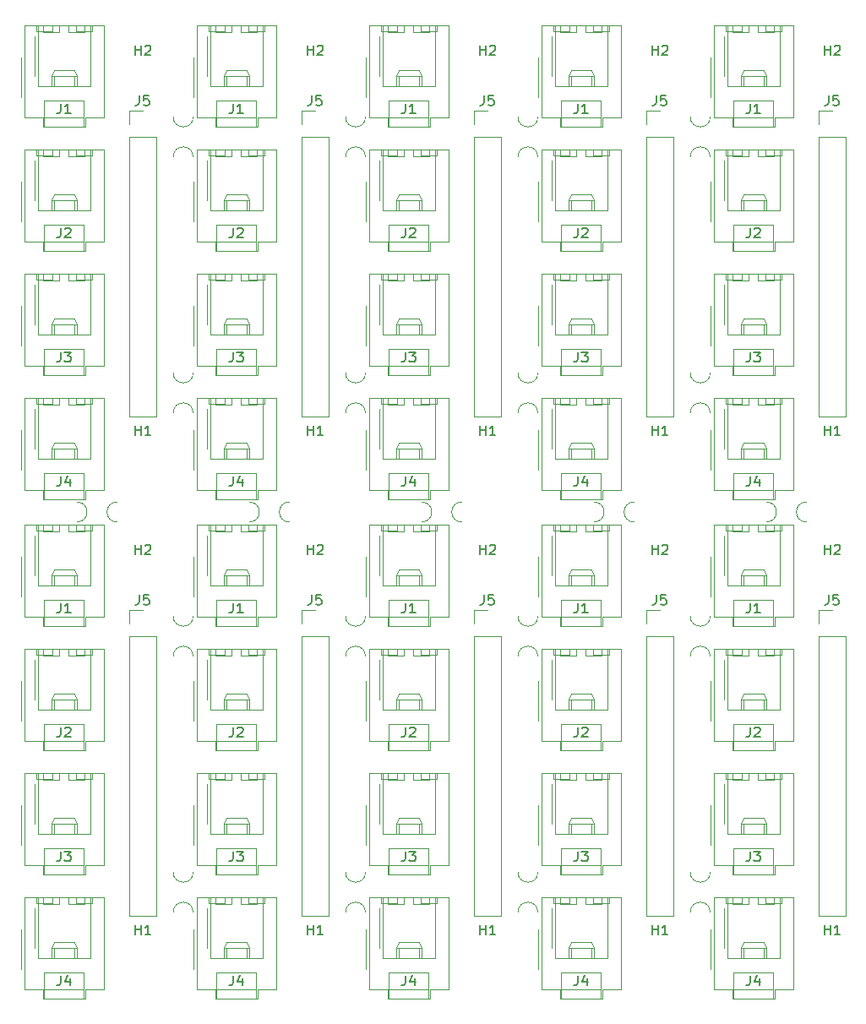
<source format=gbr>
%TF.GenerationSoftware,KiCad,Pcbnew,6.0.4-6f826c9f35~116~ubuntu21.10.1*%
%TF.CreationDate,2022-04-21T21:53:43+02:00*%
%TF.ProjectId,Carte_multiprise,43617274-655f-46d7-956c-746970726973,rev?*%
%TF.SameCoordinates,Original*%
%TF.FileFunction,Legend,Top*%
%TF.FilePolarity,Positive*%
%FSLAX46Y46*%
G04 Gerber Fmt 4.6, Leading zero omitted, Abs format (unit mm)*
G04 Created by KiCad (PCBNEW 6.0.4-6f826c9f35~116~ubuntu21.10.1) date 2022-04-21 21:53:43*
%MOMM*%
%LPD*%
G01*
G04 APERTURE LIST*
%ADD10C,0.150000*%
%ADD11C,0.120000*%
%ADD12C,0.100000*%
G04 APERTURE END LIST*
D10*
%TO.C,J1*%
X85010666Y-63968380D02*
X85010666Y-64682666D01*
X84963047Y-64825523D01*
X84867809Y-64920761D01*
X84724952Y-64968380D01*
X84629714Y-64968380D01*
X86010666Y-64968380D02*
X85439238Y-64968380D01*
X85724952Y-64968380D02*
X85724952Y-63968380D01*
X85629714Y-64111238D01*
X85534476Y-64206476D01*
X85439238Y-64254095D01*
%TO.C,H1*%
X109728095Y-147264380D02*
X109728095Y-146264380D01*
X109728095Y-146740571D02*
X110299523Y-146740571D01*
X110299523Y-147264380D02*
X110299523Y-146264380D01*
X111299523Y-147264380D02*
X110728095Y-147264380D01*
X111013809Y-147264380D02*
X111013809Y-146264380D01*
X110918571Y-146407238D01*
X110823333Y-146502476D01*
X110728095Y-146550095D01*
%TO.C,J1*%
X136826666Y-63968380D02*
X136826666Y-64682666D01*
X136779047Y-64825523D01*
X136683809Y-64920761D01*
X136540952Y-64968380D01*
X136445714Y-64968380D01*
X137826666Y-64968380D02*
X137255238Y-64968380D01*
X137540952Y-64968380D02*
X137540952Y-63968380D01*
X137445714Y-64111238D01*
X137350476Y-64206476D01*
X137255238Y-64254095D01*
%TO.C,J5*%
X127428666Y-113195380D02*
X127428666Y-113909666D01*
X127381047Y-114052523D01*
X127285809Y-114147761D01*
X127142952Y-114195380D01*
X127047714Y-114195380D01*
X128381047Y-113195380D02*
X127904857Y-113195380D01*
X127857238Y-113671571D01*
X127904857Y-113623952D01*
X128000095Y-113576333D01*
X128238190Y-113576333D01*
X128333428Y-113623952D01*
X128381047Y-113671571D01*
X128428666Y-113766809D01*
X128428666Y-114004904D01*
X128381047Y-114100142D01*
X128333428Y-114147761D01*
X128238190Y-114195380D01*
X128000095Y-114195380D01*
X127904857Y-114147761D01*
X127857238Y-114100142D01*
%TO.C,J2*%
X154098666Y-76414380D02*
X154098666Y-77128666D01*
X154051047Y-77271523D01*
X153955809Y-77366761D01*
X153812952Y-77414380D01*
X153717714Y-77414380D01*
X154527238Y-76509619D02*
X154574857Y-76462000D01*
X154670095Y-76414380D01*
X154908190Y-76414380D01*
X155003428Y-76462000D01*
X155051047Y-76509619D01*
X155098666Y-76604857D01*
X155098666Y-76700095D01*
X155051047Y-76842952D01*
X154479619Y-77414380D01*
X155098666Y-77414380D01*
%TO.C,J4*%
X136826666Y-151344380D02*
X136826666Y-152058666D01*
X136779047Y-152201523D01*
X136683809Y-152296761D01*
X136540952Y-152344380D01*
X136445714Y-152344380D01*
X137731428Y-151677714D02*
X137731428Y-152344380D01*
X137493333Y-151296761D02*
X137255238Y-152011047D01*
X137874285Y-152011047D01*
%TO.C,J5*%
X161972666Y-113195380D02*
X161972666Y-113909666D01*
X161925047Y-114052523D01*
X161829809Y-114147761D01*
X161686952Y-114195380D01*
X161591714Y-114195380D01*
X162925047Y-113195380D02*
X162448857Y-113195380D01*
X162401238Y-113671571D01*
X162448857Y-113623952D01*
X162544095Y-113576333D01*
X162782190Y-113576333D01*
X162877428Y-113623952D01*
X162925047Y-113671571D01*
X162972666Y-113766809D01*
X162972666Y-114004904D01*
X162925047Y-114100142D01*
X162877428Y-114147761D01*
X162782190Y-114195380D01*
X162544095Y-114195380D01*
X162448857Y-114147761D01*
X162401238Y-114100142D01*
%TO.C,J4*%
X154098666Y-151344380D02*
X154098666Y-152058666D01*
X154051047Y-152201523D01*
X153955809Y-152296761D01*
X153812952Y-152344380D01*
X153717714Y-152344380D01*
X155003428Y-151677714D02*
X155003428Y-152344380D01*
X154765333Y-151296761D02*
X154527238Y-152011047D01*
X155146285Y-152011047D01*
%TO.C,H1*%
X92456095Y-147264380D02*
X92456095Y-146264380D01*
X92456095Y-146740571D02*
X93027523Y-146740571D01*
X93027523Y-147264380D02*
X93027523Y-146264380D01*
X94027523Y-147264380D02*
X93456095Y-147264380D01*
X93741809Y-147264380D02*
X93741809Y-146264380D01*
X93646571Y-146407238D01*
X93551333Y-146502476D01*
X93456095Y-146550095D01*
%TO.C,J4*%
X85010666Y-151344380D02*
X85010666Y-152058666D01*
X84963047Y-152201523D01*
X84867809Y-152296761D01*
X84724952Y-152344380D01*
X84629714Y-152344380D01*
X85915428Y-151677714D02*
X85915428Y-152344380D01*
X85677333Y-151296761D02*
X85439238Y-152011047D01*
X86058285Y-152011047D01*
X102282666Y-101306380D02*
X102282666Y-102020666D01*
X102235047Y-102163523D01*
X102139809Y-102258761D01*
X101996952Y-102306380D01*
X101901714Y-102306380D01*
X103187428Y-101639714D02*
X103187428Y-102306380D01*
X102949333Y-101258761D02*
X102711238Y-101973047D01*
X103330285Y-101973047D01*
%TO.C,J3*%
X136826666Y-138898380D02*
X136826666Y-139612666D01*
X136779047Y-139755523D01*
X136683809Y-139850761D01*
X136540952Y-139898380D01*
X136445714Y-139898380D01*
X137207619Y-138898380D02*
X137826666Y-138898380D01*
X137493333Y-139279333D01*
X137636190Y-139279333D01*
X137731428Y-139326952D01*
X137779047Y-139374571D01*
X137826666Y-139469809D01*
X137826666Y-139707904D01*
X137779047Y-139803142D01*
X137731428Y-139850761D01*
X137636190Y-139898380D01*
X137350476Y-139898380D01*
X137255238Y-139850761D01*
X137207619Y-139803142D01*
%TO.C,J5*%
X110156666Y-63157380D02*
X110156666Y-63871666D01*
X110109047Y-64014523D01*
X110013809Y-64109761D01*
X109870952Y-64157380D01*
X109775714Y-64157380D01*
X111109047Y-63157380D02*
X110632857Y-63157380D01*
X110585238Y-63633571D01*
X110632857Y-63585952D01*
X110728095Y-63538333D01*
X110966190Y-63538333D01*
X111061428Y-63585952D01*
X111109047Y-63633571D01*
X111156666Y-63728809D01*
X111156666Y-63966904D01*
X111109047Y-64062142D01*
X111061428Y-64109761D01*
X110966190Y-64157380D01*
X110728095Y-64157380D01*
X110632857Y-64109761D01*
X110585238Y-64062142D01*
%TO.C,H2*%
X161544095Y-109164380D02*
X161544095Y-108164380D01*
X161544095Y-108640571D02*
X162115523Y-108640571D01*
X162115523Y-109164380D02*
X162115523Y-108164380D01*
X162544095Y-108259619D02*
X162591714Y-108212000D01*
X162686952Y-108164380D01*
X162925047Y-108164380D01*
X163020285Y-108212000D01*
X163067904Y-108259619D01*
X163115523Y-108354857D01*
X163115523Y-108450095D01*
X163067904Y-108592952D01*
X162496476Y-109164380D01*
X163115523Y-109164380D01*
X92456095Y-59126380D02*
X92456095Y-58126380D01*
X92456095Y-58602571D02*
X93027523Y-58602571D01*
X93027523Y-59126380D02*
X93027523Y-58126380D01*
X93456095Y-58221619D02*
X93503714Y-58174000D01*
X93598952Y-58126380D01*
X93837047Y-58126380D01*
X93932285Y-58174000D01*
X93979904Y-58221619D01*
X94027523Y-58316857D01*
X94027523Y-58412095D01*
X93979904Y-58554952D01*
X93408476Y-59126380D01*
X94027523Y-59126380D01*
X127000095Y-59126380D02*
X127000095Y-58126380D01*
X127000095Y-58602571D02*
X127571523Y-58602571D01*
X127571523Y-59126380D02*
X127571523Y-58126380D01*
X128000095Y-58221619D02*
X128047714Y-58174000D01*
X128142952Y-58126380D01*
X128381047Y-58126380D01*
X128476285Y-58174000D01*
X128523904Y-58221619D01*
X128571523Y-58316857D01*
X128571523Y-58412095D01*
X128523904Y-58554952D01*
X127952476Y-59126380D01*
X128571523Y-59126380D01*
X127000095Y-109164380D02*
X127000095Y-108164380D01*
X127000095Y-108640571D02*
X127571523Y-108640571D01*
X127571523Y-109164380D02*
X127571523Y-108164380D01*
X128000095Y-108259619D02*
X128047714Y-108212000D01*
X128142952Y-108164380D01*
X128381047Y-108164380D01*
X128476285Y-108212000D01*
X128523904Y-108259619D01*
X128571523Y-108354857D01*
X128571523Y-108450095D01*
X128523904Y-108592952D01*
X127952476Y-109164380D01*
X128571523Y-109164380D01*
X161544095Y-59126380D02*
X161544095Y-58126380D01*
X161544095Y-58602571D02*
X162115523Y-58602571D01*
X162115523Y-59126380D02*
X162115523Y-58126380D01*
X162544095Y-58221619D02*
X162591714Y-58174000D01*
X162686952Y-58126380D01*
X162925047Y-58126380D01*
X163020285Y-58174000D01*
X163067904Y-58221619D01*
X163115523Y-58316857D01*
X163115523Y-58412095D01*
X163067904Y-58554952D01*
X162496476Y-59126380D01*
X163115523Y-59126380D01*
%TO.C,H1*%
X109728095Y-97226380D02*
X109728095Y-96226380D01*
X109728095Y-96702571D02*
X110299523Y-96702571D01*
X110299523Y-97226380D02*
X110299523Y-96226380D01*
X111299523Y-97226380D02*
X110728095Y-97226380D01*
X111013809Y-97226380D02*
X111013809Y-96226380D01*
X110918571Y-96369238D01*
X110823333Y-96464476D01*
X110728095Y-96512095D01*
%TO.C,J1*%
X102282666Y-114006380D02*
X102282666Y-114720666D01*
X102235047Y-114863523D01*
X102139809Y-114958761D01*
X101996952Y-115006380D01*
X101901714Y-115006380D01*
X103282666Y-115006380D02*
X102711238Y-115006380D01*
X102996952Y-115006380D02*
X102996952Y-114006380D01*
X102901714Y-114149238D01*
X102806476Y-114244476D01*
X102711238Y-114292095D01*
X85010666Y-114006380D02*
X85010666Y-114720666D01*
X84963047Y-114863523D01*
X84867809Y-114958761D01*
X84724952Y-115006380D01*
X84629714Y-115006380D01*
X86010666Y-115006380D02*
X85439238Y-115006380D01*
X85724952Y-115006380D02*
X85724952Y-114006380D01*
X85629714Y-114149238D01*
X85534476Y-114244476D01*
X85439238Y-114292095D01*
%TO.C,H1*%
X144272095Y-147264380D02*
X144272095Y-146264380D01*
X144272095Y-146740571D02*
X144843523Y-146740571D01*
X144843523Y-147264380D02*
X144843523Y-146264380D01*
X145843523Y-147264380D02*
X145272095Y-147264380D01*
X145557809Y-147264380D02*
X145557809Y-146264380D01*
X145462571Y-146407238D01*
X145367333Y-146502476D01*
X145272095Y-146550095D01*
X92456095Y-97226380D02*
X92456095Y-96226380D01*
X92456095Y-96702571D02*
X93027523Y-96702571D01*
X93027523Y-97226380D02*
X93027523Y-96226380D01*
X94027523Y-97226380D02*
X93456095Y-97226380D01*
X93741809Y-97226380D02*
X93741809Y-96226380D01*
X93646571Y-96369238D01*
X93551333Y-96464476D01*
X93456095Y-96512095D01*
%TO.C,J2*%
X85010666Y-76414380D02*
X85010666Y-77128666D01*
X84963047Y-77271523D01*
X84867809Y-77366761D01*
X84724952Y-77414380D01*
X84629714Y-77414380D01*
X85439238Y-76509619D02*
X85486857Y-76462000D01*
X85582095Y-76414380D01*
X85820190Y-76414380D01*
X85915428Y-76462000D01*
X85963047Y-76509619D01*
X86010666Y-76604857D01*
X86010666Y-76700095D01*
X85963047Y-76842952D01*
X85391619Y-77414380D01*
X86010666Y-77414380D01*
X102282666Y-76414380D02*
X102282666Y-77128666D01*
X102235047Y-77271523D01*
X102139809Y-77366761D01*
X101996952Y-77414380D01*
X101901714Y-77414380D01*
X102711238Y-76509619D02*
X102758857Y-76462000D01*
X102854095Y-76414380D01*
X103092190Y-76414380D01*
X103187428Y-76462000D01*
X103235047Y-76509619D01*
X103282666Y-76604857D01*
X103282666Y-76700095D01*
X103235047Y-76842952D01*
X102663619Y-77414380D01*
X103282666Y-77414380D01*
%TO.C,J4*%
X119554666Y-151344380D02*
X119554666Y-152058666D01*
X119507047Y-152201523D01*
X119411809Y-152296761D01*
X119268952Y-152344380D01*
X119173714Y-152344380D01*
X120459428Y-151677714D02*
X120459428Y-152344380D01*
X120221333Y-151296761D02*
X119983238Y-152011047D01*
X120602285Y-152011047D01*
X102282666Y-151344380D02*
X102282666Y-152058666D01*
X102235047Y-152201523D01*
X102139809Y-152296761D01*
X101996952Y-152344380D01*
X101901714Y-152344380D01*
X103187428Y-151677714D02*
X103187428Y-152344380D01*
X102949333Y-151296761D02*
X102711238Y-152011047D01*
X103330285Y-152011047D01*
%TO.C,J1*%
X119554666Y-63968380D02*
X119554666Y-64682666D01*
X119507047Y-64825523D01*
X119411809Y-64920761D01*
X119268952Y-64968380D01*
X119173714Y-64968380D01*
X120554666Y-64968380D02*
X119983238Y-64968380D01*
X120268952Y-64968380D02*
X120268952Y-63968380D01*
X120173714Y-64111238D01*
X120078476Y-64206476D01*
X119983238Y-64254095D01*
%TO.C,J3*%
X102282666Y-138898380D02*
X102282666Y-139612666D01*
X102235047Y-139755523D01*
X102139809Y-139850761D01*
X101996952Y-139898380D01*
X101901714Y-139898380D01*
X102663619Y-138898380D02*
X103282666Y-138898380D01*
X102949333Y-139279333D01*
X103092190Y-139279333D01*
X103187428Y-139326952D01*
X103235047Y-139374571D01*
X103282666Y-139469809D01*
X103282666Y-139707904D01*
X103235047Y-139803142D01*
X103187428Y-139850761D01*
X103092190Y-139898380D01*
X102806476Y-139898380D01*
X102711238Y-139850761D01*
X102663619Y-139803142D01*
X136826666Y-88860380D02*
X136826666Y-89574666D01*
X136779047Y-89717523D01*
X136683809Y-89812761D01*
X136540952Y-89860380D01*
X136445714Y-89860380D01*
X137207619Y-88860380D02*
X137826666Y-88860380D01*
X137493333Y-89241333D01*
X137636190Y-89241333D01*
X137731428Y-89288952D01*
X137779047Y-89336571D01*
X137826666Y-89431809D01*
X137826666Y-89669904D01*
X137779047Y-89765142D01*
X137731428Y-89812761D01*
X137636190Y-89860380D01*
X137350476Y-89860380D01*
X137255238Y-89812761D01*
X137207619Y-89765142D01*
%TO.C,J1*%
X154098666Y-114006380D02*
X154098666Y-114720666D01*
X154051047Y-114863523D01*
X153955809Y-114958761D01*
X153812952Y-115006380D01*
X153717714Y-115006380D01*
X155098666Y-115006380D02*
X154527238Y-115006380D01*
X154812952Y-115006380D02*
X154812952Y-114006380D01*
X154717714Y-114149238D01*
X154622476Y-114244476D01*
X154527238Y-114292095D01*
%TO.C,J5*%
X144700666Y-113195380D02*
X144700666Y-113909666D01*
X144653047Y-114052523D01*
X144557809Y-114147761D01*
X144414952Y-114195380D01*
X144319714Y-114195380D01*
X145653047Y-113195380D02*
X145176857Y-113195380D01*
X145129238Y-113671571D01*
X145176857Y-113623952D01*
X145272095Y-113576333D01*
X145510190Y-113576333D01*
X145605428Y-113623952D01*
X145653047Y-113671571D01*
X145700666Y-113766809D01*
X145700666Y-114004904D01*
X145653047Y-114100142D01*
X145605428Y-114147761D01*
X145510190Y-114195380D01*
X145272095Y-114195380D01*
X145176857Y-114147761D01*
X145129238Y-114100142D01*
%TO.C,J3*%
X154098666Y-88860380D02*
X154098666Y-89574666D01*
X154051047Y-89717523D01*
X153955809Y-89812761D01*
X153812952Y-89860380D01*
X153717714Y-89860380D01*
X154479619Y-88860380D02*
X155098666Y-88860380D01*
X154765333Y-89241333D01*
X154908190Y-89241333D01*
X155003428Y-89288952D01*
X155051047Y-89336571D01*
X155098666Y-89431809D01*
X155098666Y-89669904D01*
X155051047Y-89765142D01*
X155003428Y-89812761D01*
X154908190Y-89860380D01*
X154622476Y-89860380D01*
X154527238Y-89812761D01*
X154479619Y-89765142D01*
%TO.C,H1*%
X161544095Y-147264380D02*
X161544095Y-146264380D01*
X161544095Y-146740571D02*
X162115523Y-146740571D01*
X162115523Y-147264380D02*
X162115523Y-146264380D01*
X163115523Y-147264380D02*
X162544095Y-147264380D01*
X162829809Y-147264380D02*
X162829809Y-146264380D01*
X162734571Y-146407238D01*
X162639333Y-146502476D01*
X162544095Y-146550095D01*
%TO.C,J5*%
X144700666Y-63157380D02*
X144700666Y-63871666D01*
X144653047Y-64014523D01*
X144557809Y-64109761D01*
X144414952Y-64157380D01*
X144319714Y-64157380D01*
X145653047Y-63157380D02*
X145176857Y-63157380D01*
X145129238Y-63633571D01*
X145176857Y-63585952D01*
X145272095Y-63538333D01*
X145510190Y-63538333D01*
X145605428Y-63585952D01*
X145653047Y-63633571D01*
X145700666Y-63728809D01*
X145700666Y-63966904D01*
X145653047Y-64062142D01*
X145605428Y-64109761D01*
X145510190Y-64157380D01*
X145272095Y-64157380D01*
X145176857Y-64109761D01*
X145129238Y-64062142D01*
%TO.C,J2*%
X119554666Y-126452380D02*
X119554666Y-127166666D01*
X119507047Y-127309523D01*
X119411809Y-127404761D01*
X119268952Y-127452380D01*
X119173714Y-127452380D01*
X119983238Y-126547619D02*
X120030857Y-126500000D01*
X120126095Y-126452380D01*
X120364190Y-126452380D01*
X120459428Y-126500000D01*
X120507047Y-126547619D01*
X120554666Y-126642857D01*
X120554666Y-126738095D01*
X120507047Y-126880952D01*
X119935619Y-127452380D01*
X120554666Y-127452380D01*
%TO.C,J3*%
X85010666Y-88860380D02*
X85010666Y-89574666D01*
X84963047Y-89717523D01*
X84867809Y-89812761D01*
X84724952Y-89860380D01*
X84629714Y-89860380D01*
X85391619Y-88860380D02*
X86010666Y-88860380D01*
X85677333Y-89241333D01*
X85820190Y-89241333D01*
X85915428Y-89288952D01*
X85963047Y-89336571D01*
X86010666Y-89431809D01*
X86010666Y-89669904D01*
X85963047Y-89765142D01*
X85915428Y-89812761D01*
X85820190Y-89860380D01*
X85534476Y-89860380D01*
X85439238Y-89812761D01*
X85391619Y-89765142D01*
%TO.C,J4*%
X154098666Y-101306380D02*
X154098666Y-102020666D01*
X154051047Y-102163523D01*
X153955809Y-102258761D01*
X153812952Y-102306380D01*
X153717714Y-102306380D01*
X155003428Y-101639714D02*
X155003428Y-102306380D01*
X154765333Y-101258761D02*
X154527238Y-101973047D01*
X155146285Y-101973047D01*
%TO.C,J1*%
X136826666Y-114006380D02*
X136826666Y-114720666D01*
X136779047Y-114863523D01*
X136683809Y-114958761D01*
X136540952Y-115006380D01*
X136445714Y-115006380D01*
X137826666Y-115006380D02*
X137255238Y-115006380D01*
X137540952Y-115006380D02*
X137540952Y-114006380D01*
X137445714Y-114149238D01*
X137350476Y-114244476D01*
X137255238Y-114292095D01*
%TO.C,J3*%
X102282666Y-88860380D02*
X102282666Y-89574666D01*
X102235047Y-89717523D01*
X102139809Y-89812761D01*
X101996952Y-89860380D01*
X101901714Y-89860380D01*
X102663619Y-88860380D02*
X103282666Y-88860380D01*
X102949333Y-89241333D01*
X103092190Y-89241333D01*
X103187428Y-89288952D01*
X103235047Y-89336571D01*
X103282666Y-89431809D01*
X103282666Y-89669904D01*
X103235047Y-89765142D01*
X103187428Y-89812761D01*
X103092190Y-89860380D01*
X102806476Y-89860380D01*
X102711238Y-89812761D01*
X102663619Y-89765142D01*
%TO.C,J1*%
X154098666Y-63968380D02*
X154098666Y-64682666D01*
X154051047Y-64825523D01*
X153955809Y-64920761D01*
X153812952Y-64968380D01*
X153717714Y-64968380D01*
X155098666Y-64968380D02*
X154527238Y-64968380D01*
X154812952Y-64968380D02*
X154812952Y-63968380D01*
X154717714Y-64111238D01*
X154622476Y-64206476D01*
X154527238Y-64254095D01*
%TO.C,J2*%
X85010666Y-126452380D02*
X85010666Y-127166666D01*
X84963047Y-127309523D01*
X84867809Y-127404761D01*
X84724952Y-127452380D01*
X84629714Y-127452380D01*
X85439238Y-126547619D02*
X85486857Y-126500000D01*
X85582095Y-126452380D01*
X85820190Y-126452380D01*
X85915428Y-126500000D01*
X85963047Y-126547619D01*
X86010666Y-126642857D01*
X86010666Y-126738095D01*
X85963047Y-126880952D01*
X85391619Y-127452380D01*
X86010666Y-127452380D01*
%TO.C,J1*%
X119554666Y-114006380D02*
X119554666Y-114720666D01*
X119507047Y-114863523D01*
X119411809Y-114958761D01*
X119268952Y-115006380D01*
X119173714Y-115006380D01*
X120554666Y-115006380D02*
X119983238Y-115006380D01*
X120268952Y-115006380D02*
X120268952Y-114006380D01*
X120173714Y-114149238D01*
X120078476Y-114244476D01*
X119983238Y-114292095D01*
%TO.C,H2*%
X144272095Y-109164380D02*
X144272095Y-108164380D01*
X144272095Y-108640571D02*
X144843523Y-108640571D01*
X144843523Y-109164380D02*
X144843523Y-108164380D01*
X145272095Y-108259619D02*
X145319714Y-108212000D01*
X145414952Y-108164380D01*
X145653047Y-108164380D01*
X145748285Y-108212000D01*
X145795904Y-108259619D01*
X145843523Y-108354857D01*
X145843523Y-108450095D01*
X145795904Y-108592952D01*
X145224476Y-109164380D01*
X145843523Y-109164380D01*
%TO.C,J1*%
X102282666Y-63968380D02*
X102282666Y-64682666D01*
X102235047Y-64825523D01*
X102139809Y-64920761D01*
X101996952Y-64968380D01*
X101901714Y-64968380D01*
X103282666Y-64968380D02*
X102711238Y-64968380D01*
X102996952Y-64968380D02*
X102996952Y-63968380D01*
X102901714Y-64111238D01*
X102806476Y-64206476D01*
X102711238Y-64254095D01*
%TO.C,H1*%
X127000095Y-147264380D02*
X127000095Y-146264380D01*
X127000095Y-146740571D02*
X127571523Y-146740571D01*
X127571523Y-147264380D02*
X127571523Y-146264380D01*
X128571523Y-147264380D02*
X128000095Y-147264380D01*
X128285809Y-147264380D02*
X128285809Y-146264380D01*
X128190571Y-146407238D01*
X128095333Y-146502476D01*
X128000095Y-146550095D01*
%TO.C,J4*%
X136826666Y-101306380D02*
X136826666Y-102020666D01*
X136779047Y-102163523D01*
X136683809Y-102258761D01*
X136540952Y-102306380D01*
X136445714Y-102306380D01*
X137731428Y-101639714D02*
X137731428Y-102306380D01*
X137493333Y-101258761D02*
X137255238Y-101973047D01*
X137874285Y-101973047D01*
%TO.C,J2*%
X102282666Y-126452380D02*
X102282666Y-127166666D01*
X102235047Y-127309523D01*
X102139809Y-127404761D01*
X101996952Y-127452380D01*
X101901714Y-127452380D01*
X102711238Y-126547619D02*
X102758857Y-126500000D01*
X102854095Y-126452380D01*
X103092190Y-126452380D01*
X103187428Y-126500000D01*
X103235047Y-126547619D01*
X103282666Y-126642857D01*
X103282666Y-126738095D01*
X103235047Y-126880952D01*
X102663619Y-127452380D01*
X103282666Y-127452380D01*
%TO.C,J3*%
X85010666Y-138898380D02*
X85010666Y-139612666D01*
X84963047Y-139755523D01*
X84867809Y-139850761D01*
X84724952Y-139898380D01*
X84629714Y-139898380D01*
X85391619Y-138898380D02*
X86010666Y-138898380D01*
X85677333Y-139279333D01*
X85820190Y-139279333D01*
X85915428Y-139326952D01*
X85963047Y-139374571D01*
X86010666Y-139469809D01*
X86010666Y-139707904D01*
X85963047Y-139803142D01*
X85915428Y-139850761D01*
X85820190Y-139898380D01*
X85534476Y-139898380D01*
X85439238Y-139850761D01*
X85391619Y-139803142D01*
X154098666Y-138898380D02*
X154098666Y-139612666D01*
X154051047Y-139755523D01*
X153955809Y-139850761D01*
X153812952Y-139898380D01*
X153717714Y-139898380D01*
X154479619Y-138898380D02*
X155098666Y-138898380D01*
X154765333Y-139279333D01*
X154908190Y-139279333D01*
X155003428Y-139326952D01*
X155051047Y-139374571D01*
X155098666Y-139469809D01*
X155098666Y-139707904D01*
X155051047Y-139803142D01*
X155003428Y-139850761D01*
X154908190Y-139898380D01*
X154622476Y-139898380D01*
X154527238Y-139850761D01*
X154479619Y-139803142D01*
%TO.C,J4*%
X119554666Y-101306380D02*
X119554666Y-102020666D01*
X119507047Y-102163523D01*
X119411809Y-102258761D01*
X119268952Y-102306380D01*
X119173714Y-102306380D01*
X120459428Y-101639714D02*
X120459428Y-102306380D01*
X120221333Y-101258761D02*
X119983238Y-101973047D01*
X120602285Y-101973047D01*
%TO.C,H2*%
X109728095Y-59126380D02*
X109728095Y-58126380D01*
X109728095Y-58602571D02*
X110299523Y-58602571D01*
X110299523Y-59126380D02*
X110299523Y-58126380D01*
X110728095Y-58221619D02*
X110775714Y-58174000D01*
X110870952Y-58126380D01*
X111109047Y-58126380D01*
X111204285Y-58174000D01*
X111251904Y-58221619D01*
X111299523Y-58316857D01*
X111299523Y-58412095D01*
X111251904Y-58554952D01*
X110680476Y-59126380D01*
X111299523Y-59126380D01*
X109728095Y-109164380D02*
X109728095Y-108164380D01*
X109728095Y-108640571D02*
X110299523Y-108640571D01*
X110299523Y-109164380D02*
X110299523Y-108164380D01*
X110728095Y-108259619D02*
X110775714Y-108212000D01*
X110870952Y-108164380D01*
X111109047Y-108164380D01*
X111204285Y-108212000D01*
X111251904Y-108259619D01*
X111299523Y-108354857D01*
X111299523Y-108450095D01*
X111251904Y-108592952D01*
X110680476Y-109164380D01*
X111299523Y-109164380D01*
%TO.C,H1*%
X127000095Y-97226380D02*
X127000095Y-96226380D01*
X127000095Y-96702571D02*
X127571523Y-96702571D01*
X127571523Y-97226380D02*
X127571523Y-96226380D01*
X128571523Y-97226380D02*
X128000095Y-97226380D01*
X128285809Y-97226380D02*
X128285809Y-96226380D01*
X128190571Y-96369238D01*
X128095333Y-96464476D01*
X128000095Y-96512095D01*
%TO.C,J5*%
X110156666Y-113195380D02*
X110156666Y-113909666D01*
X110109047Y-114052523D01*
X110013809Y-114147761D01*
X109870952Y-114195380D01*
X109775714Y-114195380D01*
X111109047Y-113195380D02*
X110632857Y-113195380D01*
X110585238Y-113671571D01*
X110632857Y-113623952D01*
X110728095Y-113576333D01*
X110966190Y-113576333D01*
X111061428Y-113623952D01*
X111109047Y-113671571D01*
X111156666Y-113766809D01*
X111156666Y-114004904D01*
X111109047Y-114100142D01*
X111061428Y-114147761D01*
X110966190Y-114195380D01*
X110728095Y-114195380D01*
X110632857Y-114147761D01*
X110585238Y-114100142D01*
%TO.C,J3*%
X119554666Y-88860380D02*
X119554666Y-89574666D01*
X119507047Y-89717523D01*
X119411809Y-89812761D01*
X119268952Y-89860380D01*
X119173714Y-89860380D01*
X119935619Y-88860380D02*
X120554666Y-88860380D01*
X120221333Y-89241333D01*
X120364190Y-89241333D01*
X120459428Y-89288952D01*
X120507047Y-89336571D01*
X120554666Y-89431809D01*
X120554666Y-89669904D01*
X120507047Y-89765142D01*
X120459428Y-89812761D01*
X120364190Y-89860380D01*
X120078476Y-89860380D01*
X119983238Y-89812761D01*
X119935619Y-89765142D01*
%TO.C,J2*%
X136826666Y-126452380D02*
X136826666Y-127166666D01*
X136779047Y-127309523D01*
X136683809Y-127404761D01*
X136540952Y-127452380D01*
X136445714Y-127452380D01*
X137255238Y-126547619D02*
X137302857Y-126500000D01*
X137398095Y-126452380D01*
X137636190Y-126452380D01*
X137731428Y-126500000D01*
X137779047Y-126547619D01*
X137826666Y-126642857D01*
X137826666Y-126738095D01*
X137779047Y-126880952D01*
X137207619Y-127452380D01*
X137826666Y-127452380D01*
%TO.C,J5*%
X92884666Y-63157380D02*
X92884666Y-63871666D01*
X92837047Y-64014523D01*
X92741809Y-64109761D01*
X92598952Y-64157380D01*
X92503714Y-64157380D01*
X93837047Y-63157380D02*
X93360857Y-63157380D01*
X93313238Y-63633571D01*
X93360857Y-63585952D01*
X93456095Y-63538333D01*
X93694190Y-63538333D01*
X93789428Y-63585952D01*
X93837047Y-63633571D01*
X93884666Y-63728809D01*
X93884666Y-63966904D01*
X93837047Y-64062142D01*
X93789428Y-64109761D01*
X93694190Y-64157380D01*
X93456095Y-64157380D01*
X93360857Y-64109761D01*
X93313238Y-64062142D01*
%TO.C,J3*%
X119554666Y-138898380D02*
X119554666Y-139612666D01*
X119507047Y-139755523D01*
X119411809Y-139850761D01*
X119268952Y-139898380D01*
X119173714Y-139898380D01*
X119935619Y-138898380D02*
X120554666Y-138898380D01*
X120221333Y-139279333D01*
X120364190Y-139279333D01*
X120459428Y-139326952D01*
X120507047Y-139374571D01*
X120554666Y-139469809D01*
X120554666Y-139707904D01*
X120507047Y-139803142D01*
X120459428Y-139850761D01*
X120364190Y-139898380D01*
X120078476Y-139898380D01*
X119983238Y-139850761D01*
X119935619Y-139803142D01*
%TO.C,J5*%
X161972666Y-63157380D02*
X161972666Y-63871666D01*
X161925047Y-64014523D01*
X161829809Y-64109761D01*
X161686952Y-64157380D01*
X161591714Y-64157380D01*
X162925047Y-63157380D02*
X162448857Y-63157380D01*
X162401238Y-63633571D01*
X162448857Y-63585952D01*
X162544095Y-63538333D01*
X162782190Y-63538333D01*
X162877428Y-63585952D01*
X162925047Y-63633571D01*
X162972666Y-63728809D01*
X162972666Y-63966904D01*
X162925047Y-64062142D01*
X162877428Y-64109761D01*
X162782190Y-64157380D01*
X162544095Y-64157380D01*
X162448857Y-64109761D01*
X162401238Y-64062142D01*
%TO.C,J2*%
X136826666Y-76414380D02*
X136826666Y-77128666D01*
X136779047Y-77271523D01*
X136683809Y-77366761D01*
X136540952Y-77414380D01*
X136445714Y-77414380D01*
X137255238Y-76509619D02*
X137302857Y-76462000D01*
X137398095Y-76414380D01*
X137636190Y-76414380D01*
X137731428Y-76462000D01*
X137779047Y-76509619D01*
X137826666Y-76604857D01*
X137826666Y-76700095D01*
X137779047Y-76842952D01*
X137207619Y-77414380D01*
X137826666Y-77414380D01*
%TO.C,J4*%
X85010666Y-101306380D02*
X85010666Y-102020666D01*
X84963047Y-102163523D01*
X84867809Y-102258761D01*
X84724952Y-102306380D01*
X84629714Y-102306380D01*
X85915428Y-101639714D02*
X85915428Y-102306380D01*
X85677333Y-101258761D02*
X85439238Y-101973047D01*
X86058285Y-101973047D01*
%TO.C,J5*%
X127428666Y-63157380D02*
X127428666Y-63871666D01*
X127381047Y-64014523D01*
X127285809Y-64109761D01*
X127142952Y-64157380D01*
X127047714Y-64157380D01*
X128381047Y-63157380D02*
X127904857Y-63157380D01*
X127857238Y-63633571D01*
X127904857Y-63585952D01*
X128000095Y-63538333D01*
X128238190Y-63538333D01*
X128333428Y-63585952D01*
X128381047Y-63633571D01*
X128428666Y-63728809D01*
X128428666Y-63966904D01*
X128381047Y-64062142D01*
X128333428Y-64109761D01*
X128238190Y-64157380D01*
X128000095Y-64157380D01*
X127904857Y-64109761D01*
X127857238Y-64062142D01*
X92884666Y-113195380D02*
X92884666Y-113909666D01*
X92837047Y-114052523D01*
X92741809Y-114147761D01*
X92598952Y-114195380D01*
X92503714Y-114195380D01*
X93837047Y-113195380D02*
X93360857Y-113195380D01*
X93313238Y-113671571D01*
X93360857Y-113623952D01*
X93456095Y-113576333D01*
X93694190Y-113576333D01*
X93789428Y-113623952D01*
X93837047Y-113671571D01*
X93884666Y-113766809D01*
X93884666Y-114004904D01*
X93837047Y-114100142D01*
X93789428Y-114147761D01*
X93694190Y-114195380D01*
X93456095Y-114195380D01*
X93360857Y-114147761D01*
X93313238Y-114100142D01*
%TO.C,J2*%
X119554666Y-76414380D02*
X119554666Y-77128666D01*
X119507047Y-77271523D01*
X119411809Y-77366761D01*
X119268952Y-77414380D01*
X119173714Y-77414380D01*
X119983238Y-76509619D02*
X120030857Y-76462000D01*
X120126095Y-76414380D01*
X120364190Y-76414380D01*
X120459428Y-76462000D01*
X120507047Y-76509619D01*
X120554666Y-76604857D01*
X120554666Y-76700095D01*
X120507047Y-76842952D01*
X119935619Y-77414380D01*
X120554666Y-77414380D01*
%TO.C,H2*%
X144272095Y-59126380D02*
X144272095Y-58126380D01*
X144272095Y-58602571D02*
X144843523Y-58602571D01*
X144843523Y-59126380D02*
X144843523Y-58126380D01*
X145272095Y-58221619D02*
X145319714Y-58174000D01*
X145414952Y-58126380D01*
X145653047Y-58126380D01*
X145748285Y-58174000D01*
X145795904Y-58221619D01*
X145843523Y-58316857D01*
X145843523Y-58412095D01*
X145795904Y-58554952D01*
X145224476Y-59126380D01*
X145843523Y-59126380D01*
%TO.C,H1*%
X144272095Y-97226380D02*
X144272095Y-96226380D01*
X144272095Y-96702571D02*
X144843523Y-96702571D01*
X144843523Y-97226380D02*
X144843523Y-96226380D01*
X145843523Y-97226380D02*
X145272095Y-97226380D01*
X145557809Y-97226380D02*
X145557809Y-96226380D01*
X145462571Y-96369238D01*
X145367333Y-96464476D01*
X145272095Y-96512095D01*
%TO.C,H2*%
X92456095Y-109164380D02*
X92456095Y-108164380D01*
X92456095Y-108640571D02*
X93027523Y-108640571D01*
X93027523Y-109164380D02*
X93027523Y-108164380D01*
X93456095Y-108259619D02*
X93503714Y-108212000D01*
X93598952Y-108164380D01*
X93837047Y-108164380D01*
X93932285Y-108212000D01*
X93979904Y-108259619D01*
X94027523Y-108354857D01*
X94027523Y-108450095D01*
X93979904Y-108592952D01*
X93408476Y-109164380D01*
X94027523Y-109164380D01*
%TO.C,H1*%
X161544095Y-97226380D02*
X161544095Y-96226380D01*
X161544095Y-96702571D02*
X162115523Y-96702571D01*
X162115523Y-97226380D02*
X162115523Y-96226380D01*
X163115523Y-97226380D02*
X162544095Y-97226380D01*
X162829809Y-97226380D02*
X162829809Y-96226380D01*
X162734571Y-96369238D01*
X162639333Y-96464476D01*
X162544095Y-96512095D01*
%TO.C,J2*%
X154098666Y-126452380D02*
X154098666Y-127166666D01*
X154051047Y-127309523D01*
X153955809Y-127404761D01*
X153812952Y-127452380D01*
X153717714Y-127452380D01*
X154527238Y-126547619D02*
X154574857Y-126500000D01*
X154670095Y-126452380D01*
X154908190Y-126452380D01*
X155003428Y-126500000D01*
X155051047Y-126547619D01*
X155098666Y-126642857D01*
X155098666Y-126738095D01*
X155051047Y-126880952D01*
X154479619Y-127452380D01*
X155098666Y-127452380D01*
D11*
%TO.C,J1*%
X83249000Y-65324000D02*
X81344000Y-65324000D01*
X89344000Y-56099000D02*
X89344000Y-65324000D01*
X88124000Y-56699000D02*
X88124000Y-56099000D01*
X87439000Y-66329000D02*
X83249000Y-66329000D01*
X87324000Y-63659000D02*
X87324000Y-65329000D01*
X81344000Y-56099000D02*
X89344000Y-56099000D01*
X87324000Y-65329000D02*
X87324000Y-66329000D01*
X83364000Y-63659000D02*
X87324000Y-63659000D01*
X86524000Y-56099000D02*
X86524000Y-56699000D01*
X83249000Y-66329000D02*
X83249000Y-65324000D01*
X83364000Y-65329000D02*
X87324000Y-65329000D01*
X83364000Y-65329000D02*
X83364000Y-63659000D01*
X81344000Y-65324000D02*
X81344000Y-56099000D01*
X82564000Y-56099000D02*
X82564000Y-56699000D01*
X89344000Y-65324000D02*
X87439000Y-65324000D01*
X82564000Y-56699000D02*
X84164000Y-56699000D01*
X84164000Y-56699000D02*
X84164000Y-56099000D01*
X86524000Y-56699000D02*
X88124000Y-56699000D01*
X87439000Y-65324000D02*
X87439000Y-66329000D01*
X81054000Y-59319000D02*
X81054000Y-63319000D01*
X83364000Y-66329000D02*
X83364000Y-65329000D01*
D12*
%TO.C,mouse-bite-2mm-slot*%
X98282000Y-69310000D02*
G75*
G03*
X96282000Y-69310000I-1000000J0D01*
G01*
X96282000Y-65310000D02*
G75*
G03*
X98282000Y-65310000I1000000J0D01*
G01*
X113554000Y-65310000D02*
G75*
G03*
X115554000Y-65310000I1000000J0D01*
G01*
X115554000Y-69310000D02*
G75*
G03*
X113554000Y-69310000I-1000000J0D01*
G01*
X130826000Y-65310000D02*
G75*
G03*
X132826000Y-65310000I1000000J0D01*
G01*
X132826000Y-69310000D02*
G75*
G03*
X130826000Y-69310000I-1000000J0D01*
G01*
X150098000Y-69310000D02*
G75*
G03*
X148098000Y-69310000I-1000000J0D01*
G01*
X148098000Y-65310000D02*
G75*
G03*
X150098000Y-65310000I1000000J0D01*
G01*
X98282000Y-94964000D02*
G75*
G03*
X96282000Y-94964000I-1000000J0D01*
G01*
X96282000Y-90964000D02*
G75*
G03*
X98282000Y-90964000I1000000J0D01*
G01*
X115554000Y-94964000D02*
G75*
G03*
X113554000Y-94964000I-1000000J0D01*
G01*
X113554000Y-90964000D02*
G75*
G03*
X115554000Y-90964000I1000000J0D01*
G01*
X132826000Y-94964000D02*
G75*
G03*
X130826000Y-94964000I-1000000J0D01*
G01*
X130826000Y-90964000D02*
G75*
G03*
X132826000Y-90964000I1000000J0D01*
G01*
X148098000Y-90964000D02*
G75*
G03*
X150098000Y-90964000I1000000J0D01*
G01*
X150098000Y-94964000D02*
G75*
G03*
X148098000Y-94964000I-1000000J0D01*
G01*
X96282000Y-141002000D02*
G75*
G03*
X98282000Y-141002000I1000000J0D01*
G01*
X98282000Y-145002000D02*
G75*
G03*
X96282000Y-145002000I-1000000J0D01*
G01*
X98282000Y-119348000D02*
G75*
G03*
X96282000Y-119348000I-1000000J0D01*
G01*
X96282000Y-115348000D02*
G75*
G03*
X98282000Y-115348000I1000000J0D01*
G01*
X113554000Y-115348000D02*
G75*
G03*
X115554000Y-115348000I1000000J0D01*
G01*
X115554000Y-119348000D02*
G75*
G03*
X113554000Y-119348000I-1000000J0D01*
G01*
X115554000Y-145002000D02*
G75*
G03*
X113554000Y-145002000I-1000000J0D01*
G01*
X113554000Y-141002000D02*
G75*
G03*
X115554000Y-141002000I1000000J0D01*
G01*
X132826000Y-145002000D02*
G75*
G03*
X130826000Y-145002000I-1000000J0D01*
G01*
X130826000Y-141002000D02*
G75*
G03*
X132826000Y-141002000I1000000J0D01*
G01*
X130826000Y-115348000D02*
G75*
G03*
X132826000Y-115348000I1000000J0D01*
G01*
X132826000Y-119348000D02*
G75*
G03*
X130826000Y-119348000I-1000000J0D01*
G01*
X90646000Y-103902000D02*
G75*
G03*
X90646000Y-105902000I0J-1000000D01*
G01*
X86646000Y-105902000D02*
G75*
G03*
X86646000Y-103902000I0J1000000D01*
G01*
X107918000Y-103902000D02*
G75*
G03*
X107918000Y-105902000I0J-1000000D01*
G01*
X103918000Y-105902000D02*
G75*
G03*
X103918000Y-103902000I0J1000000D01*
G01*
X121190000Y-105902000D02*
G75*
G03*
X121190000Y-103902000I0J1000000D01*
G01*
X125190000Y-103902000D02*
G75*
G03*
X125190000Y-105902000I0J-1000000D01*
G01*
X138462000Y-105902000D02*
G75*
G03*
X138462000Y-103902000I0J1000000D01*
G01*
X142462000Y-103902000D02*
G75*
G03*
X142462000Y-105902000I0J-1000000D01*
G01*
X155734000Y-105902000D02*
G75*
G03*
X155734000Y-103902000I0J1000000D01*
G01*
X159734000Y-103902000D02*
G75*
G03*
X159734000Y-105902000I0J-1000000D01*
G01*
X150098000Y-119348000D02*
G75*
G03*
X148098000Y-119348000I-1000000J0D01*
G01*
X148098000Y-115348000D02*
G75*
G03*
X150098000Y-115348000I1000000J0D01*
G01*
X148098000Y-141002000D02*
G75*
G03*
X150098000Y-141002000I1000000J0D01*
G01*
X150098000Y-145002000D02*
G75*
G03*
X148098000Y-145002000I-1000000J0D01*
G01*
D11*
%TO.C,J14*%
X153162000Y-62192000D02*
X153162000Y-61192000D01*
X152362000Y-56172000D02*
X152362000Y-56772000D01*
X155702000Y-61192000D02*
X155702000Y-62192000D01*
X154902000Y-56172000D02*
X154902000Y-56772000D01*
X157082000Y-62192000D02*
X157082000Y-56172000D01*
X152362000Y-56772000D02*
X153962000Y-56772000D01*
X155452000Y-62192000D02*
X155452000Y-61192000D01*
X151782000Y-56172000D02*
X151782000Y-62192000D01*
X154902000Y-56772000D02*
X156502000Y-56772000D01*
X156502000Y-56772000D02*
X156502000Y-56172000D01*
X153162000Y-61192000D02*
X155702000Y-61192000D01*
X151492000Y-57202000D02*
X151492000Y-61202000D01*
X153412000Y-62192000D02*
X153412000Y-61192000D01*
X153962000Y-56772000D02*
X153962000Y-56172000D01*
X153412000Y-60662000D02*
X155452000Y-60662000D01*
X151782000Y-62192000D02*
X157082000Y-62192000D01*
X153162000Y-61192000D02*
X153412000Y-60662000D01*
X155452000Y-60662000D02*
X155702000Y-61192000D01*
X157082000Y-56172000D02*
X151782000Y-56172000D01*
%TO.C,J11*%
X117818000Y-118656000D02*
X117818000Y-119256000D01*
X118618000Y-124676000D02*
X118618000Y-123676000D01*
X116948000Y-119686000D02*
X116948000Y-123686000D01*
X121958000Y-119256000D02*
X121958000Y-118656000D01*
X122538000Y-124676000D02*
X122538000Y-118656000D01*
X118868000Y-124676000D02*
X118868000Y-123676000D01*
X120358000Y-119256000D02*
X121958000Y-119256000D01*
X120908000Y-123146000D02*
X121158000Y-123676000D01*
X120358000Y-118656000D02*
X120358000Y-119256000D01*
X121158000Y-123676000D02*
X121158000Y-124676000D01*
X120908000Y-124676000D02*
X120908000Y-123676000D01*
X118618000Y-123676000D02*
X121158000Y-123676000D01*
X118868000Y-123146000D02*
X120908000Y-123146000D01*
X122538000Y-118656000D02*
X117238000Y-118656000D01*
X118618000Y-123676000D02*
X118868000Y-123146000D01*
X117818000Y-119256000D02*
X119418000Y-119256000D01*
X119418000Y-119256000D02*
X119418000Y-118656000D01*
X117238000Y-118656000D02*
X117238000Y-124676000D01*
X117238000Y-124676000D02*
X122538000Y-124676000D01*
X84074000Y-73638000D02*
X86614000Y-73638000D01*
X87994000Y-68618000D02*
X82694000Y-68618000D01*
X84074000Y-74638000D02*
X84074000Y-73638000D01*
X84874000Y-69218000D02*
X84874000Y-68618000D01*
X82404000Y-69648000D02*
X82404000Y-73648000D01*
X84324000Y-74638000D02*
X84324000Y-73638000D01*
X84074000Y-73638000D02*
X84324000Y-73108000D01*
X82694000Y-68618000D02*
X82694000Y-74638000D01*
X86364000Y-73108000D02*
X86614000Y-73638000D01*
X86614000Y-73638000D02*
X86614000Y-74638000D01*
X82694000Y-74638000D02*
X87994000Y-74638000D01*
X87414000Y-69218000D02*
X87414000Y-68618000D01*
X86364000Y-74638000D02*
X86364000Y-73638000D01*
X83274000Y-68618000D02*
X83274000Y-69218000D01*
X85814000Y-69218000D02*
X87414000Y-69218000D01*
X87994000Y-74638000D02*
X87994000Y-68618000D01*
X83274000Y-69218000D02*
X84874000Y-69218000D01*
X84324000Y-73108000D02*
X86364000Y-73108000D01*
X85814000Y-68618000D02*
X85814000Y-69218000D01*
%TO.C,J14*%
X99676000Y-57202000D02*
X99676000Y-61202000D01*
X101596000Y-62192000D02*
X101596000Y-61192000D01*
X102146000Y-56772000D02*
X102146000Y-56172000D01*
X103886000Y-61192000D02*
X103886000Y-62192000D01*
X101346000Y-61192000D02*
X101596000Y-60662000D01*
X99966000Y-62192000D02*
X105266000Y-62192000D01*
X103086000Y-56772000D02*
X104686000Y-56772000D01*
X100546000Y-56772000D02*
X102146000Y-56772000D01*
X103086000Y-56172000D02*
X103086000Y-56772000D01*
X101596000Y-60662000D02*
X103636000Y-60662000D01*
X99966000Y-56172000D02*
X99966000Y-62192000D01*
X103636000Y-60662000D02*
X103886000Y-61192000D01*
X101346000Y-62192000D02*
X101346000Y-61192000D01*
X103636000Y-62192000D02*
X103636000Y-61192000D01*
X105266000Y-62192000D02*
X105266000Y-56172000D01*
X101346000Y-61192000D02*
X103886000Y-61192000D01*
X104686000Y-56772000D02*
X104686000Y-56172000D01*
X105266000Y-56172000D02*
X99966000Y-56172000D01*
X100546000Y-56172000D02*
X100546000Y-56772000D01*
%TO.C,J12*%
X84074000Y-136122000D02*
X86614000Y-136122000D01*
X82694000Y-131102000D02*
X82694000Y-137122000D01*
X84074000Y-136122000D02*
X84324000Y-135592000D01*
X86364000Y-135592000D02*
X86614000Y-136122000D01*
X85814000Y-131102000D02*
X85814000Y-131702000D01*
X82694000Y-137122000D02*
X87994000Y-137122000D01*
X85814000Y-131702000D02*
X87414000Y-131702000D01*
X83274000Y-131702000D02*
X84874000Y-131702000D01*
X84324000Y-135592000D02*
X86364000Y-135592000D01*
X84874000Y-131702000D02*
X84874000Y-131102000D01*
X87414000Y-131702000D02*
X87414000Y-131102000D01*
X82404000Y-132132000D02*
X82404000Y-136132000D01*
X87994000Y-131102000D02*
X82694000Y-131102000D01*
X83274000Y-131102000D02*
X83274000Y-131702000D01*
X86364000Y-137122000D02*
X86364000Y-136122000D01*
X86614000Y-136122000D02*
X86614000Y-137122000D01*
X84074000Y-137122000D02*
X84074000Y-136122000D01*
X84324000Y-137122000D02*
X84324000Y-136122000D01*
X87994000Y-137122000D02*
X87994000Y-131102000D01*
%TO.C,J1*%
X133160000Y-65324000D02*
X133160000Y-56099000D01*
X139140000Y-63659000D02*
X139140000Y-65329000D01*
X134380000Y-56099000D02*
X134380000Y-56699000D01*
X135180000Y-66329000D02*
X135180000Y-65329000D01*
X138340000Y-56699000D02*
X139940000Y-56699000D01*
X135180000Y-63659000D02*
X139140000Y-63659000D01*
X139940000Y-56699000D02*
X139940000Y-56099000D01*
X141160000Y-56099000D02*
X141160000Y-65324000D01*
X135065000Y-66329000D02*
X135065000Y-65324000D01*
X134380000Y-56699000D02*
X135980000Y-56699000D01*
X141160000Y-65324000D02*
X139255000Y-65324000D01*
X135065000Y-65324000D02*
X133160000Y-65324000D01*
X132870000Y-59319000D02*
X132870000Y-63319000D01*
X135980000Y-56699000D02*
X135980000Y-56099000D01*
X139255000Y-65324000D02*
X139255000Y-66329000D01*
X133160000Y-56099000D02*
X141160000Y-56099000D01*
X139140000Y-65329000D02*
X139140000Y-66329000D01*
X138340000Y-56099000D02*
X138340000Y-56699000D01*
X135180000Y-65329000D02*
X135180000Y-63659000D01*
X139255000Y-66329000D02*
X135065000Y-66329000D01*
X135180000Y-65329000D02*
X139140000Y-65329000D01*
%TO.C,J5*%
X126432000Y-117343000D02*
X129092000Y-117343000D01*
X126432000Y-114743000D02*
X127762000Y-114743000D01*
X126432000Y-117343000D02*
X126432000Y-145343000D01*
X126432000Y-116073000D02*
X126432000Y-114743000D01*
X129092000Y-117343000D02*
X129092000Y-145343000D01*
X126432000Y-145343000D02*
X129092000Y-145343000D01*
%TO.C,J2*%
X152452000Y-77775000D02*
X156412000Y-77775000D01*
X156527000Y-77770000D02*
X156527000Y-78775000D01*
X158432000Y-68545000D02*
X158432000Y-77770000D01*
X152452000Y-76105000D02*
X156412000Y-76105000D01*
X152337000Y-77770000D02*
X150432000Y-77770000D01*
X150142000Y-71765000D02*
X150142000Y-75765000D01*
X157212000Y-69145000D02*
X157212000Y-68545000D01*
X155612000Y-68545000D02*
X155612000Y-69145000D01*
X156527000Y-78775000D02*
X152337000Y-78775000D01*
X151652000Y-68545000D02*
X151652000Y-69145000D01*
X152452000Y-77775000D02*
X152452000Y-76105000D01*
X151652000Y-69145000D02*
X153252000Y-69145000D01*
X150432000Y-77770000D02*
X150432000Y-68545000D01*
X156412000Y-76105000D02*
X156412000Y-77775000D01*
X152452000Y-78775000D02*
X152452000Y-77775000D01*
X150432000Y-68545000D02*
X158432000Y-68545000D01*
X156412000Y-77775000D02*
X156412000Y-78775000D01*
X153252000Y-69145000D02*
X153252000Y-68545000D01*
X152337000Y-78775000D02*
X152337000Y-77770000D01*
X158432000Y-77770000D02*
X156527000Y-77770000D01*
X155612000Y-69145000D02*
X157212000Y-69145000D01*
%TO.C,J4*%
X141160000Y-152700000D02*
X139255000Y-152700000D01*
X135180000Y-152705000D02*
X135180000Y-151035000D01*
X139940000Y-144075000D02*
X139940000Y-143475000D01*
X135065000Y-153705000D02*
X135065000Y-152700000D01*
X135180000Y-153705000D02*
X135180000Y-152705000D01*
X139140000Y-152705000D02*
X139140000Y-153705000D01*
X141160000Y-143475000D02*
X141160000Y-152700000D01*
X139255000Y-153705000D02*
X135065000Y-153705000D01*
X138340000Y-144075000D02*
X139940000Y-144075000D01*
X133160000Y-152700000D02*
X133160000Y-143475000D01*
X139140000Y-151035000D02*
X139140000Y-152705000D01*
X134380000Y-143475000D02*
X134380000Y-144075000D01*
X138340000Y-143475000D02*
X138340000Y-144075000D01*
X133160000Y-143475000D02*
X141160000Y-143475000D01*
X135180000Y-151035000D02*
X139140000Y-151035000D01*
X132870000Y-146695000D02*
X132870000Y-150695000D01*
X135065000Y-152700000D02*
X133160000Y-152700000D01*
X139255000Y-152700000D02*
X139255000Y-153705000D01*
X135980000Y-144075000D02*
X135980000Y-143475000D01*
X134380000Y-144075000D02*
X135980000Y-144075000D01*
X135180000Y-152705000D02*
X139140000Y-152705000D01*
%TO.C,J13*%
X101346000Y-99530000D02*
X101346000Y-98530000D01*
X103636000Y-98000000D02*
X103886000Y-98530000D01*
X103886000Y-98530000D02*
X103886000Y-99530000D01*
X103636000Y-99530000D02*
X103636000Y-98530000D01*
X102146000Y-94110000D02*
X102146000Y-93510000D01*
X101596000Y-98000000D02*
X103636000Y-98000000D01*
X99966000Y-93510000D02*
X99966000Y-99530000D01*
X101346000Y-98530000D02*
X103886000Y-98530000D01*
X105266000Y-93510000D02*
X99966000Y-93510000D01*
X99676000Y-94540000D02*
X99676000Y-98540000D01*
X101596000Y-99530000D02*
X101596000Y-98530000D01*
X99966000Y-99530000D02*
X105266000Y-99530000D01*
X101346000Y-98530000D02*
X101596000Y-98000000D01*
X100546000Y-94110000D02*
X102146000Y-94110000D01*
X100546000Y-93510000D02*
X100546000Y-94110000D01*
X103086000Y-94110000D02*
X104686000Y-94110000D01*
X105266000Y-99530000D02*
X105266000Y-93510000D01*
X103086000Y-93510000D02*
X103086000Y-94110000D01*
X104686000Y-94110000D02*
X104686000Y-93510000D01*
%TO.C,J5*%
X163636000Y-117343000D02*
X163636000Y-145343000D01*
X160976000Y-145343000D02*
X163636000Y-145343000D01*
X160976000Y-117343000D02*
X160976000Y-145343000D01*
X160976000Y-116073000D02*
X160976000Y-114743000D01*
X160976000Y-114743000D02*
X162306000Y-114743000D01*
X160976000Y-117343000D02*
X163636000Y-117343000D01*
%TO.C,J11*%
X139810000Y-68618000D02*
X134510000Y-68618000D01*
X135890000Y-74638000D02*
X135890000Y-73638000D01*
X139230000Y-69218000D02*
X139230000Y-68618000D01*
X135890000Y-73638000D02*
X136140000Y-73108000D01*
X139810000Y-74638000D02*
X139810000Y-68618000D01*
X134220000Y-69648000D02*
X134220000Y-73648000D01*
X135090000Y-68618000D02*
X135090000Y-69218000D01*
X136140000Y-73108000D02*
X138180000Y-73108000D01*
X138180000Y-73108000D02*
X138430000Y-73638000D01*
X138180000Y-74638000D02*
X138180000Y-73638000D01*
X134510000Y-74638000D02*
X139810000Y-74638000D01*
X138430000Y-73638000D02*
X138430000Y-74638000D01*
X135890000Y-73638000D02*
X138430000Y-73638000D01*
X137630000Y-68618000D02*
X137630000Y-69218000D01*
X136140000Y-74638000D02*
X136140000Y-73638000D01*
X135090000Y-69218000D02*
X136690000Y-69218000D01*
X136690000Y-69218000D02*
X136690000Y-68618000D01*
X137630000Y-69218000D02*
X139230000Y-69218000D01*
X134510000Y-68618000D02*
X134510000Y-74638000D01*
%TO.C,J14*%
X134220000Y-107240000D02*
X134220000Y-111240000D01*
X135090000Y-106810000D02*
X136690000Y-106810000D01*
X136140000Y-110700000D02*
X138180000Y-110700000D01*
X138430000Y-111230000D02*
X138430000Y-112230000D01*
X136140000Y-112230000D02*
X136140000Y-111230000D01*
X139810000Y-112230000D02*
X139810000Y-106210000D01*
X135090000Y-106210000D02*
X135090000Y-106810000D01*
X134510000Y-106210000D02*
X134510000Y-112230000D01*
X139810000Y-106210000D02*
X134510000Y-106210000D01*
X137630000Y-106210000D02*
X137630000Y-106810000D01*
X136690000Y-106810000D02*
X136690000Y-106210000D01*
X135890000Y-112230000D02*
X135890000Y-111230000D01*
X134510000Y-112230000D02*
X139810000Y-112230000D01*
X135890000Y-111230000D02*
X136140000Y-110700000D01*
X138180000Y-112230000D02*
X138180000Y-111230000D01*
X135890000Y-111230000D02*
X138430000Y-111230000D01*
X139230000Y-106810000D02*
X139230000Y-106210000D01*
X137630000Y-106810000D02*
X139230000Y-106810000D01*
X138180000Y-110700000D02*
X138430000Y-111230000D01*
%TO.C,J4*%
X152452000Y-152705000D02*
X152452000Y-151035000D01*
X156527000Y-153705000D02*
X152337000Y-153705000D01*
X152337000Y-152700000D02*
X150432000Y-152700000D01*
X156527000Y-152700000D02*
X156527000Y-153705000D01*
X152452000Y-152705000D02*
X156412000Y-152705000D01*
X156412000Y-152705000D02*
X156412000Y-153705000D01*
X150432000Y-152700000D02*
X150432000Y-143475000D01*
X155612000Y-144075000D02*
X157212000Y-144075000D01*
X151652000Y-143475000D02*
X151652000Y-144075000D01*
X152337000Y-153705000D02*
X152337000Y-152700000D01*
X152452000Y-153705000D02*
X152452000Y-152705000D01*
X153252000Y-144075000D02*
X153252000Y-143475000D01*
X150142000Y-146695000D02*
X150142000Y-150695000D01*
X156412000Y-151035000D02*
X156412000Y-152705000D01*
X158432000Y-152700000D02*
X156527000Y-152700000D01*
X152452000Y-151035000D02*
X156412000Y-151035000D01*
X158432000Y-143475000D02*
X158432000Y-152700000D01*
X151652000Y-144075000D02*
X153252000Y-144075000D01*
X157212000Y-144075000D02*
X157212000Y-143475000D01*
X150432000Y-143475000D02*
X158432000Y-143475000D01*
X155612000Y-143475000D02*
X155612000Y-144075000D01*
X82564000Y-143475000D02*
X82564000Y-144075000D01*
X81054000Y-146695000D02*
X81054000Y-150695000D01*
X83364000Y-152705000D02*
X83364000Y-151035000D01*
X87324000Y-152705000D02*
X87324000Y-153705000D01*
X81344000Y-143475000D02*
X89344000Y-143475000D01*
X82564000Y-144075000D02*
X84164000Y-144075000D01*
X83364000Y-153705000D02*
X83364000Y-152705000D01*
X88124000Y-144075000D02*
X88124000Y-143475000D01*
X83249000Y-152700000D02*
X81344000Y-152700000D01*
X89344000Y-143475000D02*
X89344000Y-152700000D01*
X81344000Y-152700000D02*
X81344000Y-143475000D01*
X87439000Y-152700000D02*
X87439000Y-153705000D01*
X83249000Y-153705000D02*
X83249000Y-152700000D01*
X86524000Y-144075000D02*
X88124000Y-144075000D01*
X83364000Y-151035000D02*
X87324000Y-151035000D01*
X86524000Y-143475000D02*
X86524000Y-144075000D01*
X83364000Y-152705000D02*
X87324000Y-152705000D01*
X89344000Y-152700000D02*
X87439000Y-152700000D01*
X87324000Y-151035000D02*
X87324000Y-152705000D01*
X87439000Y-153705000D02*
X83249000Y-153705000D01*
X84164000Y-144075000D02*
X84164000Y-143475000D01*
X103796000Y-94037000D02*
X105396000Y-94037000D01*
X104711000Y-102662000D02*
X104711000Y-103667000D01*
X104711000Y-103667000D02*
X100521000Y-103667000D01*
X99836000Y-94037000D02*
X101436000Y-94037000D01*
X100636000Y-100997000D02*
X104596000Y-100997000D01*
X100636000Y-102667000D02*
X100636000Y-100997000D01*
X106616000Y-102662000D02*
X104711000Y-102662000D01*
X106616000Y-93437000D02*
X106616000Y-102662000D01*
X98326000Y-96657000D02*
X98326000Y-100657000D01*
X98616000Y-102662000D02*
X98616000Y-93437000D01*
X100521000Y-102662000D02*
X98616000Y-102662000D01*
X104596000Y-100997000D02*
X104596000Y-102667000D01*
X103796000Y-93437000D02*
X103796000Y-94037000D01*
X105396000Y-94037000D02*
X105396000Y-93437000D01*
X100636000Y-102667000D02*
X104596000Y-102667000D01*
X100636000Y-103667000D02*
X100636000Y-102667000D01*
X101436000Y-94037000D02*
X101436000Y-93437000D01*
X104596000Y-102667000D02*
X104596000Y-103667000D01*
X99836000Y-93437000D02*
X99836000Y-94037000D01*
X100521000Y-103667000D02*
X100521000Y-102662000D01*
X98616000Y-93437000D02*
X106616000Y-93437000D01*
%TO.C,J3*%
X139255000Y-140254000D02*
X139255000Y-141259000D01*
X134380000Y-131029000D02*
X134380000Y-131629000D01*
X135180000Y-140259000D02*
X139140000Y-140259000D01*
X138340000Y-131629000D02*
X139940000Y-131629000D01*
X133160000Y-131029000D02*
X141160000Y-131029000D01*
X132870000Y-134249000D02*
X132870000Y-138249000D01*
X138340000Y-131029000D02*
X138340000Y-131629000D01*
X139140000Y-140259000D02*
X139140000Y-141259000D01*
X135180000Y-140259000D02*
X135180000Y-138589000D01*
X135980000Y-131629000D02*
X135980000Y-131029000D01*
X133160000Y-140254000D02*
X133160000Y-131029000D01*
X139940000Y-131629000D02*
X139940000Y-131029000D01*
X134380000Y-131629000D02*
X135980000Y-131629000D01*
X141160000Y-131029000D02*
X141160000Y-140254000D01*
X135065000Y-140254000D02*
X133160000Y-140254000D01*
X139255000Y-141259000D02*
X135065000Y-141259000D01*
X135180000Y-141259000D02*
X135180000Y-140259000D01*
X141160000Y-140254000D02*
X139255000Y-140254000D01*
X135065000Y-141259000D02*
X135065000Y-140254000D01*
X135180000Y-138589000D02*
X139140000Y-138589000D01*
X139140000Y-138589000D02*
X139140000Y-140259000D01*
%TO.C,J5*%
X109160000Y-64705000D02*
X110490000Y-64705000D01*
X109160000Y-95305000D02*
X111820000Y-95305000D01*
X109160000Y-67305000D02*
X111820000Y-67305000D01*
X109160000Y-67305000D02*
X109160000Y-95305000D01*
X109160000Y-66035000D02*
X109160000Y-64705000D01*
X111820000Y-67305000D02*
X111820000Y-95305000D01*
%TO.C,J13*%
X86614000Y-98530000D02*
X86614000Y-99530000D01*
X82694000Y-93510000D02*
X82694000Y-99530000D01*
X86364000Y-99530000D02*
X86364000Y-98530000D01*
X84324000Y-98000000D02*
X86364000Y-98000000D01*
X83274000Y-93510000D02*
X83274000Y-94110000D01*
X83274000Y-94110000D02*
X84874000Y-94110000D01*
X84074000Y-98530000D02*
X84324000Y-98000000D01*
X85814000Y-94110000D02*
X87414000Y-94110000D01*
X86364000Y-98000000D02*
X86614000Y-98530000D01*
X84324000Y-99530000D02*
X84324000Y-98530000D01*
X84074000Y-99530000D02*
X84074000Y-98530000D01*
X84874000Y-94110000D02*
X84874000Y-93510000D01*
X84074000Y-98530000D02*
X86614000Y-98530000D01*
X82694000Y-99530000D02*
X87994000Y-99530000D01*
X87994000Y-99530000D02*
X87994000Y-93510000D01*
X82404000Y-94540000D02*
X82404000Y-98540000D01*
X85814000Y-93510000D02*
X85814000Y-94110000D01*
X87994000Y-93510000D02*
X82694000Y-93510000D01*
X87414000Y-94110000D02*
X87414000Y-93510000D01*
%TO.C,J11*%
X136140000Y-124676000D02*
X136140000Y-123676000D01*
X138180000Y-124676000D02*
X138180000Y-123676000D01*
X139810000Y-118656000D02*
X134510000Y-118656000D01*
X138180000Y-123146000D02*
X138430000Y-123676000D01*
X136690000Y-119256000D02*
X136690000Y-118656000D01*
X134220000Y-119686000D02*
X134220000Y-123686000D01*
X139230000Y-119256000D02*
X139230000Y-118656000D01*
X135890000Y-123676000D02*
X136140000Y-123146000D01*
X138430000Y-123676000D02*
X138430000Y-124676000D01*
X134510000Y-118656000D02*
X134510000Y-124676000D01*
X135090000Y-119256000D02*
X136690000Y-119256000D01*
X137630000Y-119256000D02*
X139230000Y-119256000D01*
X136140000Y-123146000D02*
X138180000Y-123146000D01*
X135090000Y-118656000D02*
X135090000Y-119256000D01*
X137630000Y-118656000D02*
X137630000Y-119256000D01*
X135890000Y-124676000D02*
X135890000Y-123676000D01*
X134510000Y-124676000D02*
X139810000Y-124676000D01*
X139810000Y-124676000D02*
X139810000Y-118656000D01*
X135890000Y-123676000D02*
X138430000Y-123676000D01*
%TO.C,J12*%
X103636000Y-85554000D02*
X103886000Y-86084000D01*
X102146000Y-81664000D02*
X102146000Y-81064000D01*
X100546000Y-81664000D02*
X102146000Y-81664000D01*
X101596000Y-87084000D02*
X101596000Y-86084000D01*
X101346000Y-87084000D02*
X101346000Y-86084000D01*
X101596000Y-85554000D02*
X103636000Y-85554000D01*
X99966000Y-87084000D02*
X105266000Y-87084000D01*
X103886000Y-86084000D02*
X103886000Y-87084000D01*
X103086000Y-81064000D02*
X103086000Y-81664000D01*
X101346000Y-86084000D02*
X101596000Y-85554000D01*
X103636000Y-87084000D02*
X103636000Y-86084000D01*
X99966000Y-81064000D02*
X99966000Y-87084000D01*
X104686000Y-81664000D02*
X104686000Y-81064000D01*
X101346000Y-86084000D02*
X103886000Y-86084000D01*
X105266000Y-87084000D02*
X105266000Y-81064000D01*
X100546000Y-81064000D02*
X100546000Y-81664000D01*
X105266000Y-81064000D02*
X99966000Y-81064000D01*
X103086000Y-81664000D02*
X104686000Y-81664000D01*
X99676000Y-82094000D02*
X99676000Y-86094000D01*
X116948000Y-132132000D02*
X116948000Y-136132000D01*
X119418000Y-131702000D02*
X119418000Y-131102000D01*
X121958000Y-131702000D02*
X121958000Y-131102000D01*
X117238000Y-131102000D02*
X117238000Y-137122000D01*
X120358000Y-131702000D02*
X121958000Y-131702000D01*
X120358000Y-131102000D02*
X120358000Y-131702000D01*
X122538000Y-131102000D02*
X117238000Y-131102000D01*
X118868000Y-135592000D02*
X120908000Y-135592000D01*
X118618000Y-136122000D02*
X121158000Y-136122000D01*
X118618000Y-136122000D02*
X118868000Y-135592000D01*
X117818000Y-131102000D02*
X117818000Y-131702000D01*
X120908000Y-135592000D02*
X121158000Y-136122000D01*
X120908000Y-137122000D02*
X120908000Y-136122000D01*
X118618000Y-137122000D02*
X118618000Y-136122000D01*
X121158000Y-136122000D02*
X121158000Y-137122000D01*
X117818000Y-131702000D02*
X119418000Y-131702000D01*
X117238000Y-137122000D02*
X122538000Y-137122000D01*
X118868000Y-137122000D02*
X118868000Y-136122000D01*
X122538000Y-137122000D02*
X122538000Y-131102000D01*
X152362000Y-131102000D02*
X152362000Y-131702000D01*
X151782000Y-131102000D02*
X151782000Y-137122000D01*
X155452000Y-135592000D02*
X155702000Y-136122000D01*
X151492000Y-132132000D02*
X151492000Y-136132000D01*
X154902000Y-131102000D02*
X154902000Y-131702000D01*
X157082000Y-137122000D02*
X157082000Y-131102000D01*
X157082000Y-131102000D02*
X151782000Y-131102000D01*
X153412000Y-135592000D02*
X155452000Y-135592000D01*
X151782000Y-137122000D02*
X157082000Y-137122000D01*
X153162000Y-137122000D02*
X153162000Y-136122000D01*
X153412000Y-137122000D02*
X153412000Y-136122000D01*
X153162000Y-136122000D02*
X155702000Y-136122000D01*
X156502000Y-131702000D02*
X156502000Y-131102000D01*
X153962000Y-131702000D02*
X153962000Y-131102000D01*
X154902000Y-131702000D02*
X156502000Y-131702000D01*
X155702000Y-136122000D02*
X155702000Y-137122000D01*
X152362000Y-131702000D02*
X153962000Y-131702000D01*
X155452000Y-137122000D02*
X155452000Y-136122000D01*
X153162000Y-136122000D02*
X153412000Y-135592000D01*
%TO.C,J13*%
X117818000Y-94110000D02*
X119418000Y-94110000D01*
X118618000Y-98530000D02*
X121158000Y-98530000D01*
X119418000Y-94110000D02*
X119418000Y-93510000D01*
X121158000Y-98530000D02*
X121158000Y-99530000D01*
X122538000Y-99530000D02*
X122538000Y-93510000D01*
X121958000Y-94110000D02*
X121958000Y-93510000D01*
X120358000Y-93510000D02*
X120358000Y-94110000D01*
X117238000Y-99530000D02*
X122538000Y-99530000D01*
X118618000Y-99530000D02*
X118618000Y-98530000D01*
X117238000Y-93510000D02*
X117238000Y-99530000D01*
X120358000Y-94110000D02*
X121958000Y-94110000D01*
X118868000Y-98000000D02*
X120908000Y-98000000D01*
X120908000Y-99530000D02*
X120908000Y-98530000D01*
X117818000Y-93510000D02*
X117818000Y-94110000D01*
X120908000Y-98000000D02*
X121158000Y-98530000D01*
X118618000Y-98530000D02*
X118868000Y-98000000D01*
X116948000Y-94540000D02*
X116948000Y-98540000D01*
X122538000Y-93510000D02*
X117238000Y-93510000D01*
X118868000Y-99530000D02*
X118868000Y-98530000D01*
X134220000Y-144578000D02*
X134220000Y-148578000D01*
X137630000Y-143548000D02*
X137630000Y-144148000D01*
X137630000Y-144148000D02*
X139230000Y-144148000D01*
X134510000Y-143548000D02*
X134510000Y-149568000D01*
X135090000Y-144148000D02*
X136690000Y-144148000D01*
X138180000Y-149568000D02*
X138180000Y-148568000D01*
X134510000Y-149568000D02*
X139810000Y-149568000D01*
X139810000Y-149568000D02*
X139810000Y-143548000D01*
X135890000Y-148568000D02*
X136140000Y-148038000D01*
X139810000Y-143548000D02*
X134510000Y-143548000D01*
X138180000Y-148038000D02*
X138430000Y-148568000D01*
X136140000Y-149568000D02*
X136140000Y-148568000D01*
X136690000Y-144148000D02*
X136690000Y-143548000D01*
X139230000Y-144148000D02*
X139230000Y-143548000D01*
X138430000Y-148568000D02*
X138430000Y-149568000D01*
X135090000Y-143548000D02*
X135090000Y-144148000D01*
X135890000Y-149568000D02*
X135890000Y-148568000D01*
X135890000Y-148568000D02*
X138430000Y-148568000D01*
X136140000Y-148038000D02*
X138180000Y-148038000D01*
%TO.C,J1*%
X103796000Y-106137000D02*
X103796000Y-106737000D01*
X100636000Y-113697000D02*
X104596000Y-113697000D01*
X100636000Y-115367000D02*
X100636000Y-113697000D01*
X101436000Y-106737000D02*
X101436000Y-106137000D01*
X106616000Y-115362000D02*
X104711000Y-115362000D01*
X105396000Y-106737000D02*
X105396000Y-106137000D01*
X104596000Y-113697000D02*
X104596000Y-115367000D01*
X98326000Y-109357000D02*
X98326000Y-113357000D01*
X104711000Y-116367000D02*
X100521000Y-116367000D01*
X99836000Y-106737000D02*
X101436000Y-106737000D01*
X100636000Y-116367000D02*
X100636000Y-115367000D01*
X103796000Y-106737000D02*
X105396000Y-106737000D01*
X104596000Y-115367000D02*
X104596000Y-116367000D01*
X106616000Y-106137000D02*
X106616000Y-115362000D01*
X100521000Y-116367000D02*
X100521000Y-115362000D01*
X100636000Y-115367000D02*
X104596000Y-115367000D01*
X98616000Y-115362000D02*
X98616000Y-106137000D01*
X104711000Y-115362000D02*
X104711000Y-116367000D01*
X98616000Y-106137000D02*
X106616000Y-106137000D01*
X99836000Y-106137000D02*
X99836000Y-106737000D01*
X100521000Y-115362000D02*
X98616000Y-115362000D01*
%TO.C,J12*%
X104686000Y-131702000D02*
X104686000Y-131102000D01*
X101346000Y-136122000D02*
X101596000Y-135592000D01*
X100546000Y-131702000D02*
X102146000Y-131702000D01*
X103886000Y-136122000D02*
X103886000Y-137122000D01*
X105266000Y-131102000D02*
X99966000Y-131102000D01*
X101346000Y-136122000D02*
X103886000Y-136122000D01*
X99966000Y-137122000D02*
X105266000Y-137122000D01*
X103636000Y-137122000D02*
X103636000Y-136122000D01*
X101596000Y-135592000D02*
X103636000Y-135592000D01*
X103636000Y-135592000D02*
X103886000Y-136122000D01*
X103086000Y-131702000D02*
X104686000Y-131702000D01*
X103086000Y-131102000D02*
X103086000Y-131702000D01*
X102146000Y-131702000D02*
X102146000Y-131102000D01*
X105266000Y-137122000D02*
X105266000Y-131102000D01*
X99966000Y-131102000D02*
X99966000Y-137122000D01*
X101596000Y-137122000D02*
X101596000Y-136122000D01*
X101346000Y-137122000D02*
X101346000Y-136122000D01*
X100546000Y-131102000D02*
X100546000Y-131702000D01*
X99676000Y-132132000D02*
X99676000Y-136132000D01*
%TO.C,J1*%
X81344000Y-106137000D02*
X89344000Y-106137000D01*
X89344000Y-115362000D02*
X87439000Y-115362000D01*
X88124000Y-106737000D02*
X88124000Y-106137000D01*
X87439000Y-115362000D02*
X87439000Y-116367000D01*
X86524000Y-106737000D02*
X88124000Y-106737000D01*
X83364000Y-115367000D02*
X87324000Y-115367000D01*
X81344000Y-115362000D02*
X81344000Y-106137000D01*
X87324000Y-115367000D02*
X87324000Y-116367000D01*
X82564000Y-106737000D02*
X84164000Y-106737000D01*
X83249000Y-115362000D02*
X81344000Y-115362000D01*
X89344000Y-106137000D02*
X89344000Y-115362000D01*
X83249000Y-116367000D02*
X83249000Y-115362000D01*
X81054000Y-109357000D02*
X81054000Y-113357000D01*
X87439000Y-116367000D02*
X83249000Y-116367000D01*
X83364000Y-113697000D02*
X87324000Y-113697000D01*
X86524000Y-106137000D02*
X86524000Y-106737000D01*
X83364000Y-115367000D02*
X83364000Y-113697000D01*
X87324000Y-113697000D02*
X87324000Y-115367000D01*
X83364000Y-116367000D02*
X83364000Y-115367000D01*
X82564000Y-106137000D02*
X82564000Y-106737000D01*
X84164000Y-106737000D02*
X84164000Y-106137000D01*
%TO.C,J14*%
X103636000Y-110700000D02*
X103886000Y-111230000D01*
X102146000Y-106810000D02*
X102146000Y-106210000D01*
X99966000Y-106210000D02*
X99966000Y-112230000D01*
X100546000Y-106210000D02*
X100546000Y-106810000D01*
X99676000Y-107240000D02*
X99676000Y-111240000D01*
X105266000Y-112230000D02*
X105266000Y-106210000D01*
X103636000Y-112230000D02*
X103636000Y-111230000D01*
X101596000Y-110700000D02*
X103636000Y-110700000D01*
X101596000Y-112230000D02*
X101596000Y-111230000D01*
X99966000Y-112230000D02*
X105266000Y-112230000D01*
X104686000Y-106810000D02*
X104686000Y-106210000D01*
X101346000Y-111230000D02*
X103886000Y-111230000D01*
X103086000Y-106810000D02*
X104686000Y-106810000D01*
X100546000Y-106810000D02*
X102146000Y-106810000D01*
X101346000Y-111230000D02*
X101596000Y-110700000D01*
X105266000Y-106210000D02*
X99966000Y-106210000D01*
X101346000Y-112230000D02*
X101346000Y-111230000D01*
X103086000Y-106210000D02*
X103086000Y-106810000D01*
X103886000Y-111230000D02*
X103886000Y-112230000D01*
%TO.C,J13*%
X103636000Y-149568000D02*
X103636000Y-148568000D01*
X102146000Y-144148000D02*
X102146000Y-143548000D01*
X103086000Y-144148000D02*
X104686000Y-144148000D01*
X103636000Y-148038000D02*
X103886000Y-148568000D01*
X101346000Y-148568000D02*
X103886000Y-148568000D01*
X101346000Y-149568000D02*
X101346000Y-148568000D01*
X100546000Y-144148000D02*
X102146000Y-144148000D01*
X99966000Y-149568000D02*
X105266000Y-149568000D01*
X105266000Y-143548000D02*
X99966000Y-143548000D01*
X104686000Y-144148000D02*
X104686000Y-143548000D01*
X101596000Y-148038000D02*
X103636000Y-148038000D01*
X101596000Y-149568000D02*
X101596000Y-148568000D01*
X103886000Y-148568000D02*
X103886000Y-149568000D01*
X103086000Y-143548000D02*
X103086000Y-144148000D01*
X101346000Y-148568000D02*
X101596000Y-148038000D01*
X100546000Y-143548000D02*
X100546000Y-144148000D01*
X99966000Y-143548000D02*
X99966000Y-149568000D01*
X105266000Y-149568000D02*
X105266000Y-143548000D01*
X99676000Y-144578000D02*
X99676000Y-148578000D01*
X84324000Y-148038000D02*
X86364000Y-148038000D01*
X87994000Y-143548000D02*
X82694000Y-143548000D01*
X84324000Y-149568000D02*
X84324000Y-148568000D01*
X82404000Y-144578000D02*
X82404000Y-148578000D01*
X84074000Y-148568000D02*
X86614000Y-148568000D01*
X83274000Y-143548000D02*
X83274000Y-144148000D01*
X84074000Y-149568000D02*
X84074000Y-148568000D01*
X82694000Y-143548000D02*
X82694000Y-149568000D01*
X87414000Y-144148000D02*
X87414000Y-143548000D01*
X85814000Y-144148000D02*
X87414000Y-144148000D01*
X83274000Y-144148000D02*
X84874000Y-144148000D01*
X86364000Y-148038000D02*
X86614000Y-148568000D01*
X86364000Y-149568000D02*
X86364000Y-148568000D01*
X85814000Y-143548000D02*
X85814000Y-144148000D01*
X84874000Y-144148000D02*
X84874000Y-143548000D01*
X84074000Y-148568000D02*
X84324000Y-148038000D01*
X87994000Y-149568000D02*
X87994000Y-143548000D01*
X82694000Y-149568000D02*
X87994000Y-149568000D01*
X86614000Y-148568000D02*
X86614000Y-149568000D01*
X153162000Y-98530000D02*
X153412000Y-98000000D01*
X151782000Y-99530000D02*
X157082000Y-99530000D01*
X153162000Y-98530000D02*
X155702000Y-98530000D01*
X155452000Y-98000000D02*
X155702000Y-98530000D01*
X153412000Y-99530000D02*
X153412000Y-98530000D01*
X152362000Y-93510000D02*
X152362000Y-94110000D01*
X151782000Y-93510000D02*
X151782000Y-99530000D01*
X154902000Y-94110000D02*
X156502000Y-94110000D01*
X151492000Y-94540000D02*
X151492000Y-98540000D01*
X153962000Y-94110000D02*
X153962000Y-93510000D01*
X157082000Y-99530000D02*
X157082000Y-93510000D01*
X157082000Y-93510000D02*
X151782000Y-93510000D01*
X155452000Y-99530000D02*
X155452000Y-98530000D01*
X153162000Y-99530000D02*
X153162000Y-98530000D01*
X152362000Y-94110000D02*
X153962000Y-94110000D01*
X153412000Y-98000000D02*
X155452000Y-98000000D01*
X155702000Y-98530000D02*
X155702000Y-99530000D01*
X156502000Y-94110000D02*
X156502000Y-93510000D01*
X154902000Y-93510000D02*
X154902000Y-94110000D01*
%TO.C,J11*%
X102146000Y-119256000D02*
X102146000Y-118656000D01*
X100546000Y-118656000D02*
X100546000Y-119256000D01*
X99966000Y-118656000D02*
X99966000Y-124676000D01*
X103086000Y-118656000D02*
X103086000Y-119256000D01*
X103636000Y-123146000D02*
X103886000Y-123676000D01*
X103636000Y-124676000D02*
X103636000Y-123676000D01*
X100546000Y-119256000D02*
X102146000Y-119256000D01*
X101346000Y-123676000D02*
X103886000Y-123676000D01*
X99966000Y-124676000D02*
X105266000Y-124676000D01*
X99676000Y-119686000D02*
X99676000Y-123686000D01*
X103086000Y-119256000D02*
X104686000Y-119256000D01*
X101596000Y-124676000D02*
X101596000Y-123676000D01*
X101346000Y-124676000D02*
X101346000Y-123676000D01*
X101346000Y-123676000D02*
X101596000Y-123146000D01*
X103886000Y-123676000D02*
X103886000Y-124676000D01*
X105266000Y-124676000D02*
X105266000Y-118656000D01*
X105266000Y-118656000D02*
X99966000Y-118656000D01*
X101596000Y-123146000D02*
X103636000Y-123146000D01*
X104686000Y-119256000D02*
X104686000Y-118656000D01*
%TO.C,J2*%
X86524000Y-69145000D02*
X88124000Y-69145000D01*
X87439000Y-77770000D02*
X87439000Y-78775000D01*
X88124000Y-69145000D02*
X88124000Y-68545000D01*
X83364000Y-78775000D02*
X83364000Y-77775000D01*
X86524000Y-68545000D02*
X86524000Y-69145000D01*
X82564000Y-69145000D02*
X84164000Y-69145000D01*
X83249000Y-78775000D02*
X83249000Y-77770000D01*
X87324000Y-77775000D02*
X87324000Y-78775000D01*
X82564000Y-68545000D02*
X82564000Y-69145000D01*
X81344000Y-68545000D02*
X89344000Y-68545000D01*
X83364000Y-76105000D02*
X87324000Y-76105000D01*
X87324000Y-76105000D02*
X87324000Y-77775000D01*
X89344000Y-77770000D02*
X87439000Y-77770000D01*
X83249000Y-77770000D02*
X81344000Y-77770000D01*
X83364000Y-77775000D02*
X87324000Y-77775000D01*
X81344000Y-77770000D02*
X81344000Y-68545000D01*
X83364000Y-77775000D02*
X83364000Y-76105000D01*
X89344000Y-68545000D02*
X89344000Y-77770000D01*
X87439000Y-78775000D02*
X83249000Y-78775000D01*
X81054000Y-71765000D02*
X81054000Y-75765000D01*
X84164000Y-69145000D02*
X84164000Y-68545000D01*
%TO.C,J12*%
X153162000Y-86084000D02*
X153412000Y-85554000D01*
X151492000Y-82094000D02*
X151492000Y-86094000D01*
X153162000Y-87084000D02*
X153162000Y-86084000D01*
X156502000Y-81664000D02*
X156502000Y-81064000D01*
X152362000Y-81664000D02*
X153962000Y-81664000D01*
X153412000Y-85554000D02*
X155452000Y-85554000D01*
X155702000Y-86084000D02*
X155702000Y-87084000D01*
X152362000Y-81064000D02*
X152362000Y-81664000D01*
X154902000Y-81664000D02*
X156502000Y-81664000D01*
X151782000Y-81064000D02*
X151782000Y-87084000D01*
X154902000Y-81064000D02*
X154902000Y-81664000D01*
X155452000Y-87084000D02*
X155452000Y-86084000D01*
X151782000Y-87084000D02*
X157082000Y-87084000D01*
X153162000Y-86084000D02*
X155702000Y-86084000D01*
X155452000Y-85554000D02*
X155702000Y-86084000D01*
X153962000Y-81664000D02*
X153962000Y-81064000D01*
X153412000Y-87084000D02*
X153412000Y-86084000D01*
X157082000Y-87084000D02*
X157082000Y-81064000D01*
X157082000Y-81064000D02*
X151782000Y-81064000D01*
%TO.C,J2*%
X100636000Y-78775000D02*
X100636000Y-77775000D01*
X104711000Y-78775000D02*
X100521000Y-78775000D01*
X106616000Y-77770000D02*
X104711000Y-77770000D01*
X106616000Y-68545000D02*
X106616000Y-77770000D01*
X103796000Y-68545000D02*
X103796000Y-69145000D01*
X103796000Y-69145000D02*
X105396000Y-69145000D01*
X100636000Y-76105000D02*
X104596000Y-76105000D01*
X100521000Y-78775000D02*
X100521000Y-77770000D01*
X98616000Y-68545000D02*
X106616000Y-68545000D01*
X104596000Y-76105000D02*
X104596000Y-77775000D01*
X100521000Y-77770000D02*
X98616000Y-77770000D01*
X98616000Y-77770000D02*
X98616000Y-68545000D01*
X101436000Y-69145000D02*
X101436000Y-68545000D01*
X100636000Y-77775000D02*
X104596000Y-77775000D01*
X100636000Y-77775000D02*
X100636000Y-76105000D01*
X99836000Y-69145000D02*
X101436000Y-69145000D01*
X104596000Y-77775000D02*
X104596000Y-78775000D01*
X104711000Y-77770000D02*
X104711000Y-78775000D01*
X98326000Y-71765000D02*
X98326000Y-75765000D01*
X105396000Y-69145000D02*
X105396000Y-68545000D01*
X99836000Y-68545000D02*
X99836000Y-69145000D01*
%TO.C,J4*%
X117908000Y-152705000D02*
X117908000Y-151035000D01*
X122668000Y-144075000D02*
X122668000Y-143475000D01*
X115888000Y-143475000D02*
X123888000Y-143475000D01*
X123888000Y-143475000D02*
X123888000Y-152700000D01*
X118708000Y-144075000D02*
X118708000Y-143475000D01*
X121868000Y-151035000D02*
X121868000Y-152705000D01*
X117908000Y-152705000D02*
X121868000Y-152705000D01*
X115598000Y-146695000D02*
X115598000Y-150695000D01*
X117793000Y-152700000D02*
X115888000Y-152700000D01*
X121068000Y-143475000D02*
X121068000Y-144075000D01*
X115888000Y-152700000D02*
X115888000Y-143475000D01*
X121983000Y-153705000D02*
X117793000Y-153705000D01*
X117908000Y-151035000D02*
X121868000Y-151035000D01*
X121868000Y-152705000D02*
X121868000Y-153705000D01*
X117108000Y-143475000D02*
X117108000Y-144075000D01*
X117908000Y-153705000D02*
X117908000Y-152705000D01*
X121068000Y-144075000D02*
X122668000Y-144075000D01*
X123888000Y-152700000D02*
X121983000Y-152700000D01*
X117793000Y-153705000D02*
X117793000Y-152700000D01*
X117108000Y-144075000D02*
X118708000Y-144075000D01*
X121983000Y-152700000D02*
X121983000Y-153705000D01*
%TO.C,J14*%
X120358000Y-106210000D02*
X120358000Y-106810000D01*
X120358000Y-106810000D02*
X121958000Y-106810000D01*
X117818000Y-106810000D02*
X119418000Y-106810000D01*
X122538000Y-106210000D02*
X117238000Y-106210000D01*
X118618000Y-111230000D02*
X118868000Y-110700000D01*
X116948000Y-107240000D02*
X116948000Y-111240000D01*
X120908000Y-112230000D02*
X120908000Y-111230000D01*
X118618000Y-111230000D02*
X121158000Y-111230000D01*
X118868000Y-110700000D02*
X120908000Y-110700000D01*
X117238000Y-112230000D02*
X122538000Y-112230000D01*
X117818000Y-106210000D02*
X117818000Y-106810000D01*
X118618000Y-112230000D02*
X118618000Y-111230000D01*
X121158000Y-111230000D02*
X121158000Y-112230000D01*
X117238000Y-106210000D02*
X117238000Y-112230000D01*
X122538000Y-112230000D02*
X122538000Y-106210000D01*
X121958000Y-106810000D02*
X121958000Y-106210000D01*
X120908000Y-110700000D02*
X121158000Y-111230000D01*
X118868000Y-112230000D02*
X118868000Y-111230000D01*
X119418000Y-106810000D02*
X119418000Y-106210000D01*
%TO.C,J4*%
X104596000Y-151035000D02*
X104596000Y-152705000D01*
X99836000Y-143475000D02*
X99836000Y-144075000D01*
X100636000Y-153705000D02*
X100636000Y-152705000D01*
X100636000Y-151035000D02*
X104596000Y-151035000D01*
X100636000Y-152705000D02*
X104596000Y-152705000D01*
X106616000Y-143475000D02*
X106616000Y-152700000D01*
X98616000Y-143475000D02*
X106616000Y-143475000D01*
X104711000Y-153705000D02*
X100521000Y-153705000D01*
X103796000Y-143475000D02*
X103796000Y-144075000D01*
X100521000Y-152700000D02*
X98616000Y-152700000D01*
X104711000Y-152700000D02*
X104711000Y-153705000D01*
X99836000Y-144075000D02*
X101436000Y-144075000D01*
X98616000Y-152700000D02*
X98616000Y-143475000D01*
X98326000Y-146695000D02*
X98326000Y-150695000D01*
X101436000Y-144075000D02*
X101436000Y-143475000D01*
X104596000Y-152705000D02*
X104596000Y-153705000D01*
X100521000Y-153705000D02*
X100521000Y-152700000D01*
X106616000Y-152700000D02*
X104711000Y-152700000D01*
X103796000Y-144075000D02*
X105396000Y-144075000D01*
X100636000Y-152705000D02*
X100636000Y-151035000D01*
X105396000Y-144075000D02*
X105396000Y-143475000D01*
%TO.C,J1*%
X117793000Y-66329000D02*
X117793000Y-65324000D01*
X121068000Y-56099000D02*
X121068000Y-56699000D01*
X121068000Y-56699000D02*
X122668000Y-56699000D01*
X117108000Y-56099000D02*
X117108000Y-56699000D01*
X115598000Y-59319000D02*
X115598000Y-63319000D01*
X123888000Y-56099000D02*
X123888000Y-65324000D01*
X118708000Y-56699000D02*
X118708000Y-56099000D01*
X117908000Y-66329000D02*
X117908000Y-65329000D01*
X117908000Y-65329000D02*
X117908000Y-63659000D01*
X122668000Y-56699000D02*
X122668000Y-56099000D01*
X123888000Y-65324000D02*
X121983000Y-65324000D01*
X121983000Y-66329000D02*
X117793000Y-66329000D01*
X121868000Y-65329000D02*
X121868000Y-66329000D01*
X117793000Y-65324000D02*
X115888000Y-65324000D01*
X117908000Y-65329000D02*
X121868000Y-65329000D01*
X117908000Y-63659000D02*
X121868000Y-63659000D01*
X115888000Y-56099000D02*
X123888000Y-56099000D01*
X117108000Y-56699000D02*
X118708000Y-56699000D01*
X121983000Y-65324000D02*
X121983000Y-66329000D01*
X115888000Y-65324000D02*
X115888000Y-56099000D01*
X121868000Y-63659000D02*
X121868000Y-65329000D01*
%TO.C,J3*%
X104711000Y-140254000D02*
X104711000Y-141259000D01*
X100636000Y-141259000D02*
X100636000Y-140259000D01*
X105396000Y-131629000D02*
X105396000Y-131029000D01*
X100521000Y-141259000D02*
X100521000Y-140254000D01*
X103796000Y-131029000D02*
X103796000Y-131629000D01*
X98616000Y-140254000D02*
X98616000Y-131029000D01*
X100521000Y-140254000D02*
X98616000Y-140254000D01*
X104596000Y-138589000D02*
X104596000Y-140259000D01*
X99836000Y-131029000D02*
X99836000Y-131629000D01*
X101436000Y-131629000D02*
X101436000Y-131029000D01*
X104596000Y-140259000D02*
X104596000Y-141259000D01*
X98326000Y-134249000D02*
X98326000Y-138249000D01*
X99836000Y-131629000D02*
X101436000Y-131629000D01*
X98616000Y-131029000D02*
X106616000Y-131029000D01*
X100636000Y-140259000D02*
X104596000Y-140259000D01*
X106616000Y-140254000D02*
X104711000Y-140254000D01*
X104711000Y-141259000D02*
X100521000Y-141259000D01*
X100636000Y-138589000D02*
X104596000Y-138589000D01*
X103796000Y-131629000D02*
X105396000Y-131629000D01*
X100636000Y-140259000D02*
X100636000Y-138589000D01*
X106616000Y-131029000D02*
X106616000Y-140254000D01*
X135180000Y-90221000D02*
X135180000Y-88551000D01*
X139255000Y-90216000D02*
X139255000Y-91221000D01*
X135180000Y-88551000D02*
X139140000Y-88551000D01*
X134380000Y-81591000D02*
X135980000Y-81591000D01*
X133160000Y-80991000D02*
X141160000Y-80991000D01*
X138340000Y-80991000D02*
X138340000Y-81591000D01*
X133160000Y-90216000D02*
X133160000Y-80991000D01*
X135180000Y-91221000D02*
X135180000Y-90221000D01*
X134380000Y-80991000D02*
X134380000Y-81591000D01*
X139140000Y-88551000D02*
X139140000Y-90221000D01*
X132870000Y-84211000D02*
X132870000Y-88211000D01*
X135980000Y-81591000D02*
X135980000Y-80991000D01*
X135065000Y-91221000D02*
X135065000Y-90216000D01*
X139140000Y-90221000D02*
X139140000Y-91221000D01*
X138340000Y-81591000D02*
X139940000Y-81591000D01*
X135065000Y-90216000D02*
X133160000Y-90216000D01*
X141160000Y-90216000D02*
X139255000Y-90216000D01*
X139940000Y-81591000D02*
X139940000Y-80991000D01*
X135180000Y-90221000D02*
X139140000Y-90221000D01*
X139255000Y-91221000D02*
X135065000Y-91221000D01*
X141160000Y-80991000D02*
X141160000Y-90216000D01*
%TO.C,J1*%
X151652000Y-106737000D02*
X153252000Y-106737000D01*
X156412000Y-115367000D02*
X156412000Y-116367000D01*
X152452000Y-116367000D02*
X152452000Y-115367000D01*
X152337000Y-116367000D02*
X152337000Y-115362000D01*
X150432000Y-106137000D02*
X158432000Y-106137000D01*
X150432000Y-115362000D02*
X150432000Y-106137000D01*
X151652000Y-106137000D02*
X151652000Y-106737000D01*
X152452000Y-115367000D02*
X152452000Y-113697000D01*
X157212000Y-106737000D02*
X157212000Y-106137000D01*
X153252000Y-106737000D02*
X153252000Y-106137000D01*
X155612000Y-106137000D02*
X155612000Y-106737000D01*
X156527000Y-116367000D02*
X152337000Y-116367000D01*
X156412000Y-113697000D02*
X156412000Y-115367000D01*
X158432000Y-115362000D02*
X156527000Y-115362000D01*
X155612000Y-106737000D02*
X157212000Y-106737000D01*
X152452000Y-115367000D02*
X156412000Y-115367000D01*
X152452000Y-113697000D02*
X156412000Y-113697000D01*
X150142000Y-109357000D02*
X150142000Y-113357000D01*
X156527000Y-115362000D02*
X156527000Y-116367000D01*
X152337000Y-115362000D02*
X150432000Y-115362000D01*
X158432000Y-106137000D02*
X158432000Y-115362000D01*
%TO.C,J5*%
X143704000Y-117343000D02*
X143704000Y-145343000D01*
X146364000Y-117343000D02*
X146364000Y-145343000D01*
X143704000Y-117343000D02*
X146364000Y-117343000D01*
X143704000Y-145343000D02*
X146364000Y-145343000D01*
X143704000Y-114743000D02*
X145034000Y-114743000D01*
X143704000Y-116073000D02*
X143704000Y-114743000D01*
%TO.C,J3*%
X156412000Y-90221000D02*
X156412000Y-91221000D01*
X150432000Y-90216000D02*
X150432000Y-80991000D01*
X152452000Y-90221000D02*
X156412000Y-90221000D01*
X151652000Y-81591000D02*
X153252000Y-81591000D01*
X150432000Y-80991000D02*
X158432000Y-80991000D01*
X150142000Y-84211000D02*
X150142000Y-88211000D01*
X158432000Y-80991000D02*
X158432000Y-90216000D01*
X158432000Y-90216000D02*
X156527000Y-90216000D01*
X156527000Y-90216000D02*
X156527000Y-91221000D01*
X155612000Y-80991000D02*
X155612000Y-81591000D01*
X152452000Y-88551000D02*
X156412000Y-88551000D01*
X156527000Y-91221000D02*
X152337000Y-91221000D01*
X156412000Y-88551000D02*
X156412000Y-90221000D01*
X152452000Y-90221000D02*
X152452000Y-88551000D01*
X151652000Y-80991000D02*
X151652000Y-81591000D01*
X155612000Y-81591000D02*
X157212000Y-81591000D01*
X152337000Y-91221000D02*
X152337000Y-90216000D01*
X157212000Y-81591000D02*
X157212000Y-80991000D01*
X153252000Y-81591000D02*
X153252000Y-80991000D01*
X152337000Y-90216000D02*
X150432000Y-90216000D01*
X152452000Y-91221000D02*
X152452000Y-90221000D01*
%TO.C,J5*%
X143704000Y-67305000D02*
X146364000Y-67305000D01*
X143704000Y-64705000D02*
X145034000Y-64705000D01*
X143704000Y-95305000D02*
X146364000Y-95305000D01*
X143704000Y-67305000D02*
X143704000Y-95305000D01*
X143704000Y-66035000D02*
X143704000Y-64705000D01*
X146364000Y-67305000D02*
X146364000Y-95305000D01*
%TO.C,J2*%
X123888000Y-127808000D02*
X121983000Y-127808000D01*
X121868000Y-127813000D02*
X121868000Y-128813000D01*
X123888000Y-118583000D02*
X123888000Y-127808000D01*
X117908000Y-127813000D02*
X117908000Y-126143000D01*
X121868000Y-126143000D02*
X121868000Y-127813000D01*
X121983000Y-127808000D02*
X121983000Y-128813000D01*
X121068000Y-118583000D02*
X121068000Y-119183000D01*
X121068000Y-119183000D02*
X122668000Y-119183000D01*
X115598000Y-121803000D02*
X115598000Y-125803000D01*
X117908000Y-126143000D02*
X121868000Y-126143000D01*
X115888000Y-118583000D02*
X123888000Y-118583000D01*
X118708000Y-119183000D02*
X118708000Y-118583000D01*
X115888000Y-127808000D02*
X115888000Y-118583000D01*
X117908000Y-128813000D02*
X117908000Y-127813000D01*
X117108000Y-118583000D02*
X117108000Y-119183000D01*
X122668000Y-119183000D02*
X122668000Y-118583000D01*
X117908000Y-127813000D02*
X121868000Y-127813000D01*
X117793000Y-127808000D02*
X115888000Y-127808000D01*
X117793000Y-128813000D02*
X117793000Y-127808000D01*
X117108000Y-119183000D02*
X118708000Y-119183000D01*
X121983000Y-128813000D02*
X117793000Y-128813000D01*
%TO.C,J3*%
X83249000Y-90216000D02*
X81344000Y-90216000D01*
X82564000Y-81591000D02*
X84164000Y-81591000D01*
X87439000Y-91221000D02*
X83249000Y-91221000D01*
X83364000Y-88551000D02*
X87324000Y-88551000D01*
X89344000Y-80991000D02*
X89344000Y-90216000D01*
X87324000Y-88551000D02*
X87324000Y-90221000D01*
X83364000Y-91221000D02*
X83364000Y-90221000D01*
X81054000Y-84211000D02*
X81054000Y-88211000D01*
X84164000Y-81591000D02*
X84164000Y-80991000D01*
X81344000Y-90216000D02*
X81344000Y-80991000D01*
X83364000Y-90221000D02*
X83364000Y-88551000D01*
X81344000Y-80991000D02*
X89344000Y-80991000D01*
X88124000Y-81591000D02*
X88124000Y-80991000D01*
X87324000Y-90221000D02*
X87324000Y-91221000D01*
X89344000Y-90216000D02*
X87439000Y-90216000D01*
X87439000Y-90216000D02*
X87439000Y-91221000D01*
X86524000Y-80991000D02*
X86524000Y-81591000D01*
X83364000Y-90221000D02*
X87324000Y-90221000D01*
X86524000Y-81591000D02*
X88124000Y-81591000D01*
X82564000Y-80991000D02*
X82564000Y-81591000D01*
X83249000Y-91221000D02*
X83249000Y-90216000D01*
%TO.C,J4*%
X152337000Y-102662000D02*
X150432000Y-102662000D01*
X155612000Y-93437000D02*
X155612000Y-94037000D01*
X150432000Y-93437000D02*
X158432000Y-93437000D01*
X153252000Y-94037000D02*
X153252000Y-93437000D01*
X156412000Y-100997000D02*
X156412000Y-102667000D01*
X156527000Y-102662000D02*
X156527000Y-103667000D01*
X152337000Y-103667000D02*
X152337000Y-102662000D01*
X158432000Y-93437000D02*
X158432000Y-102662000D01*
X150432000Y-102662000D02*
X150432000Y-93437000D01*
X152452000Y-102667000D02*
X156412000Y-102667000D01*
X157212000Y-94037000D02*
X157212000Y-93437000D01*
X158432000Y-102662000D02*
X156527000Y-102662000D01*
X151652000Y-94037000D02*
X153252000Y-94037000D01*
X152452000Y-100997000D02*
X156412000Y-100997000D01*
X151652000Y-93437000D02*
X151652000Y-94037000D01*
X156412000Y-102667000D02*
X156412000Y-103667000D01*
X152452000Y-103667000D02*
X152452000Y-102667000D01*
X155612000Y-94037000D02*
X157212000Y-94037000D01*
X156527000Y-103667000D02*
X152337000Y-103667000D01*
X152452000Y-102667000D02*
X152452000Y-100997000D01*
X150142000Y-96657000D02*
X150142000Y-100657000D01*
%TO.C,J1*%
X141160000Y-106137000D02*
X141160000Y-115362000D01*
X135980000Y-106737000D02*
X135980000Y-106137000D01*
X139255000Y-115362000D02*
X139255000Y-116367000D01*
X133160000Y-106137000D02*
X141160000Y-106137000D01*
X135065000Y-116367000D02*
X135065000Y-115362000D01*
X135180000Y-115367000D02*
X139140000Y-115367000D01*
X139140000Y-113697000D02*
X139140000Y-115367000D01*
X135180000Y-113697000D02*
X139140000Y-113697000D01*
X135065000Y-115362000D02*
X133160000Y-115362000D01*
X138340000Y-106137000D02*
X138340000Y-106737000D01*
X132870000Y-109357000D02*
X132870000Y-113357000D01*
X139255000Y-116367000D02*
X135065000Y-116367000D01*
X138340000Y-106737000D02*
X139940000Y-106737000D01*
X133160000Y-115362000D02*
X133160000Y-106137000D01*
X135180000Y-115367000D02*
X135180000Y-113697000D01*
X141160000Y-115362000D02*
X139255000Y-115362000D01*
X139940000Y-106737000D02*
X139940000Y-106137000D01*
X135180000Y-116367000D02*
X135180000Y-115367000D01*
X139140000Y-115367000D02*
X139140000Y-116367000D01*
X134380000Y-106737000D02*
X135980000Y-106737000D01*
X134380000Y-106137000D02*
X134380000Y-106737000D01*
%TO.C,J3*%
X103796000Y-80991000D02*
X103796000Y-81591000D01*
X101436000Y-81591000D02*
X101436000Y-80991000D01*
X100636000Y-88551000D02*
X104596000Y-88551000D01*
X104711000Y-90216000D02*
X104711000Y-91221000D01*
X99836000Y-80991000D02*
X99836000Y-81591000D01*
X106616000Y-80991000D02*
X106616000Y-90216000D01*
X100521000Y-91221000D02*
X100521000Y-90216000D01*
X104711000Y-91221000D02*
X100521000Y-91221000D01*
X100636000Y-91221000D02*
X100636000Y-90221000D01*
X100636000Y-90221000D02*
X100636000Y-88551000D01*
X104596000Y-88551000D02*
X104596000Y-90221000D01*
X106616000Y-90216000D02*
X104711000Y-90216000D01*
X98616000Y-90216000D02*
X98616000Y-80991000D01*
X100521000Y-90216000D02*
X98616000Y-90216000D01*
X98616000Y-80991000D02*
X106616000Y-80991000D01*
X98326000Y-84211000D02*
X98326000Y-88211000D01*
X104596000Y-90221000D02*
X104596000Y-91221000D01*
X100636000Y-90221000D02*
X104596000Y-90221000D01*
X105396000Y-81591000D02*
X105396000Y-80991000D01*
X99836000Y-81591000D02*
X101436000Y-81591000D01*
X103796000Y-81591000D02*
X105396000Y-81591000D01*
%TO.C,J14*%
X138180000Y-60662000D02*
X138430000Y-61192000D01*
X137630000Y-56172000D02*
X137630000Y-56772000D01*
X139810000Y-62192000D02*
X139810000Y-56172000D01*
X135090000Y-56172000D02*
X135090000Y-56772000D01*
X134220000Y-57202000D02*
X134220000Y-61202000D01*
X134510000Y-62192000D02*
X139810000Y-62192000D01*
X135890000Y-61192000D02*
X138430000Y-61192000D01*
X136140000Y-62192000D02*
X136140000Y-61192000D01*
X139230000Y-56772000D02*
X139230000Y-56172000D01*
X138430000Y-61192000D02*
X138430000Y-62192000D01*
X136140000Y-60662000D02*
X138180000Y-60662000D01*
X135890000Y-62192000D02*
X135890000Y-61192000D01*
X135890000Y-61192000D02*
X136140000Y-60662000D01*
X134510000Y-56172000D02*
X134510000Y-62192000D01*
X137630000Y-56772000D02*
X139230000Y-56772000D01*
X138180000Y-62192000D02*
X138180000Y-61192000D01*
X139810000Y-56172000D02*
X134510000Y-56172000D01*
X135090000Y-56772000D02*
X136690000Y-56772000D01*
X136690000Y-56772000D02*
X136690000Y-56172000D01*
%TO.C,J11*%
X105266000Y-74638000D02*
X105266000Y-68618000D01*
X99676000Y-69648000D02*
X99676000Y-73648000D01*
X101596000Y-73108000D02*
X103636000Y-73108000D01*
X103086000Y-68618000D02*
X103086000Y-69218000D01*
X101596000Y-74638000D02*
X101596000Y-73638000D01*
X101346000Y-73638000D02*
X103886000Y-73638000D01*
X103636000Y-73108000D02*
X103886000Y-73638000D01*
X105266000Y-68618000D02*
X99966000Y-68618000D01*
X103086000Y-69218000D02*
X104686000Y-69218000D01*
X104686000Y-69218000D02*
X104686000Y-68618000D01*
X103886000Y-73638000D02*
X103886000Y-74638000D01*
X99966000Y-68618000D02*
X99966000Y-74638000D01*
X100546000Y-68618000D02*
X100546000Y-69218000D01*
X101346000Y-73638000D02*
X101596000Y-73108000D01*
X99966000Y-74638000D02*
X105266000Y-74638000D01*
X100546000Y-69218000D02*
X102146000Y-69218000D01*
X103636000Y-74638000D02*
X103636000Y-73638000D01*
X101346000Y-74638000D02*
X101346000Y-73638000D01*
X102146000Y-69218000D02*
X102146000Y-68618000D01*
%TO.C,J1*%
X150432000Y-65324000D02*
X150432000Y-56099000D01*
X157212000Y-56699000D02*
X157212000Y-56099000D01*
X152452000Y-65329000D02*
X156412000Y-65329000D01*
X152452000Y-65329000D02*
X152452000Y-63659000D01*
X152452000Y-63659000D02*
X156412000Y-63659000D01*
X158432000Y-65324000D02*
X156527000Y-65324000D01*
X151652000Y-56099000D02*
X151652000Y-56699000D01*
X152337000Y-66329000D02*
X152337000Y-65324000D01*
X156527000Y-65324000D02*
X156527000Y-66329000D01*
X152337000Y-65324000D02*
X150432000Y-65324000D01*
X155612000Y-56699000D02*
X157212000Y-56699000D01*
X151652000Y-56699000D02*
X153252000Y-56699000D01*
X152452000Y-66329000D02*
X152452000Y-65329000D01*
X156412000Y-65329000D02*
X156412000Y-66329000D01*
X156527000Y-66329000D02*
X152337000Y-66329000D01*
X153252000Y-56699000D02*
X153252000Y-56099000D01*
X150432000Y-56099000D02*
X158432000Y-56099000D01*
X158432000Y-56099000D02*
X158432000Y-65324000D01*
X150142000Y-59319000D02*
X150142000Y-63319000D01*
X156412000Y-63659000D02*
X156412000Y-65329000D01*
X155612000Y-56099000D02*
X155612000Y-56699000D01*
%TO.C,J2*%
X83249000Y-127808000D02*
X81344000Y-127808000D01*
X84164000Y-119183000D02*
X84164000Y-118583000D01*
X87324000Y-127813000D02*
X87324000Y-128813000D01*
X81054000Y-121803000D02*
X81054000Y-125803000D01*
X82564000Y-119183000D02*
X84164000Y-119183000D01*
X88124000Y-119183000D02*
X88124000Y-118583000D01*
X83364000Y-128813000D02*
X83364000Y-127813000D01*
X87439000Y-128813000D02*
X83249000Y-128813000D01*
X83249000Y-128813000D02*
X83249000Y-127808000D01*
X81344000Y-118583000D02*
X89344000Y-118583000D01*
X89344000Y-118583000D02*
X89344000Y-127808000D01*
X83364000Y-127813000D02*
X87324000Y-127813000D01*
X83364000Y-127813000D02*
X83364000Y-126143000D01*
X86524000Y-119183000D02*
X88124000Y-119183000D01*
X81344000Y-127808000D02*
X81344000Y-118583000D01*
X89344000Y-127808000D02*
X87439000Y-127808000D01*
X83364000Y-126143000D02*
X87324000Y-126143000D01*
X87439000Y-127808000D02*
X87439000Y-128813000D01*
X82564000Y-118583000D02*
X82564000Y-119183000D01*
X86524000Y-118583000D02*
X86524000Y-119183000D01*
X87324000Y-126143000D02*
X87324000Y-127813000D01*
%TO.C,J1*%
X121983000Y-116367000D02*
X117793000Y-116367000D01*
X115598000Y-109357000D02*
X115598000Y-113357000D01*
X121868000Y-115367000D02*
X121868000Y-116367000D01*
X123888000Y-106137000D02*
X123888000Y-115362000D01*
X117793000Y-115362000D02*
X115888000Y-115362000D01*
X122668000Y-106737000D02*
X122668000Y-106137000D01*
X117908000Y-115367000D02*
X117908000Y-113697000D01*
X117108000Y-106737000D02*
X118708000Y-106737000D01*
X117908000Y-116367000D02*
X117908000Y-115367000D01*
X123888000Y-115362000D02*
X121983000Y-115362000D01*
X121983000Y-115362000D02*
X121983000Y-116367000D01*
X115888000Y-115362000D02*
X115888000Y-106137000D01*
X121868000Y-113697000D02*
X121868000Y-115367000D01*
X118708000Y-106737000D02*
X118708000Y-106137000D01*
X117908000Y-115367000D02*
X121868000Y-115367000D01*
X117108000Y-106137000D02*
X117108000Y-106737000D01*
X115888000Y-106137000D02*
X123888000Y-106137000D01*
X117908000Y-113697000D02*
X121868000Y-113697000D01*
X121068000Y-106137000D02*
X121068000Y-106737000D01*
X121068000Y-106737000D02*
X122668000Y-106737000D01*
X117793000Y-116367000D02*
X117793000Y-115362000D01*
%TO.C,J13*%
X120358000Y-143548000D02*
X120358000Y-144148000D01*
X119418000Y-144148000D02*
X119418000Y-143548000D01*
X116948000Y-144578000D02*
X116948000Y-148578000D01*
X120358000Y-144148000D02*
X121958000Y-144148000D01*
X121958000Y-144148000D02*
X121958000Y-143548000D01*
X118868000Y-149568000D02*
X118868000Y-148568000D01*
X118868000Y-148038000D02*
X120908000Y-148038000D01*
X121158000Y-148568000D02*
X121158000Y-149568000D01*
X117818000Y-144148000D02*
X119418000Y-144148000D01*
X120908000Y-149568000D02*
X120908000Y-148568000D01*
X120908000Y-148038000D02*
X121158000Y-148568000D01*
X122538000Y-149568000D02*
X122538000Y-143548000D01*
X117818000Y-143548000D02*
X117818000Y-144148000D01*
X118618000Y-149568000D02*
X118618000Y-148568000D01*
X118618000Y-148568000D02*
X121158000Y-148568000D01*
X122538000Y-143548000D02*
X117238000Y-143548000D01*
X118618000Y-148568000D02*
X118868000Y-148038000D01*
X117238000Y-149568000D02*
X122538000Y-149568000D01*
X117238000Y-143548000D02*
X117238000Y-149568000D01*
%TO.C,J1*%
X99836000Y-56099000D02*
X99836000Y-56699000D01*
X100521000Y-66329000D02*
X100521000Y-65324000D01*
X103796000Y-56699000D02*
X105396000Y-56699000D01*
X100636000Y-65329000D02*
X104596000Y-65329000D01*
X104596000Y-65329000D02*
X104596000Y-66329000D01*
X98326000Y-59319000D02*
X98326000Y-63319000D01*
X98616000Y-56099000D02*
X106616000Y-56099000D01*
X104711000Y-66329000D02*
X100521000Y-66329000D01*
X105396000Y-56699000D02*
X105396000Y-56099000D01*
X100521000Y-65324000D02*
X98616000Y-65324000D01*
X104711000Y-65324000D02*
X104711000Y-66329000D01*
X99836000Y-56699000D02*
X101436000Y-56699000D01*
X101436000Y-56699000D02*
X101436000Y-56099000D01*
X100636000Y-66329000D02*
X100636000Y-65329000D01*
X104596000Y-63659000D02*
X104596000Y-65329000D01*
X106616000Y-56099000D02*
X106616000Y-65324000D01*
X100636000Y-65329000D02*
X100636000Y-63659000D01*
X98616000Y-65324000D02*
X98616000Y-56099000D01*
X100636000Y-63659000D02*
X104596000Y-63659000D01*
X103796000Y-56099000D02*
X103796000Y-56699000D01*
X106616000Y-65324000D02*
X104711000Y-65324000D01*
%TO.C,J13*%
X153162000Y-148568000D02*
X153412000Y-148038000D01*
X156502000Y-144148000D02*
X156502000Y-143548000D01*
X157082000Y-143548000D02*
X151782000Y-143548000D01*
X157082000Y-149568000D02*
X157082000Y-143548000D01*
X153162000Y-148568000D02*
X155702000Y-148568000D01*
X152362000Y-143548000D02*
X152362000Y-144148000D01*
X151492000Y-144578000D02*
X151492000Y-148578000D01*
X152362000Y-144148000D02*
X153962000Y-144148000D01*
X155452000Y-148038000D02*
X155702000Y-148568000D01*
X155702000Y-148568000D02*
X155702000Y-149568000D01*
X155452000Y-149568000D02*
X155452000Y-148568000D01*
X154902000Y-144148000D02*
X156502000Y-144148000D01*
X154902000Y-143548000D02*
X154902000Y-144148000D01*
X153412000Y-149568000D02*
X153412000Y-148568000D01*
X151782000Y-143548000D02*
X151782000Y-149568000D01*
X153412000Y-148038000D02*
X155452000Y-148038000D01*
X151782000Y-149568000D02*
X157082000Y-149568000D01*
X153162000Y-149568000D02*
X153162000Y-148568000D01*
X153962000Y-144148000D02*
X153962000Y-143548000D01*
%TO.C,J14*%
X155702000Y-111230000D02*
X155702000Y-112230000D01*
X153162000Y-111230000D02*
X155702000Y-111230000D01*
X153412000Y-112230000D02*
X153412000Y-111230000D01*
X157082000Y-112230000D02*
X157082000Y-106210000D01*
X152362000Y-106210000D02*
X152362000Y-106810000D01*
X155452000Y-110700000D02*
X155702000Y-111230000D01*
X151782000Y-112230000D02*
X157082000Y-112230000D01*
X151782000Y-106210000D02*
X151782000Y-112230000D01*
X153412000Y-110700000D02*
X155452000Y-110700000D01*
X153162000Y-111230000D02*
X153412000Y-110700000D01*
X156502000Y-106810000D02*
X156502000Y-106210000D01*
X155452000Y-112230000D02*
X155452000Y-111230000D01*
X153962000Y-106810000D02*
X153962000Y-106210000D01*
X151492000Y-107240000D02*
X151492000Y-111240000D01*
X153162000Y-112230000D02*
X153162000Y-111230000D01*
X152362000Y-106810000D02*
X153962000Y-106810000D01*
X157082000Y-106210000D02*
X151782000Y-106210000D01*
X154902000Y-106810000D02*
X156502000Y-106810000D01*
X154902000Y-106210000D02*
X154902000Y-106810000D01*
%TO.C,J12*%
X139810000Y-131102000D02*
X134510000Y-131102000D01*
X139810000Y-137122000D02*
X139810000Y-131102000D01*
X137630000Y-131102000D02*
X137630000Y-131702000D01*
X134220000Y-132132000D02*
X134220000Y-136132000D01*
X134510000Y-137122000D02*
X139810000Y-137122000D01*
X135890000Y-137122000D02*
X135890000Y-136122000D01*
X135890000Y-136122000D02*
X138430000Y-136122000D01*
X136140000Y-135592000D02*
X138180000Y-135592000D01*
X135890000Y-136122000D02*
X136140000Y-135592000D01*
X135090000Y-131102000D02*
X135090000Y-131702000D01*
X138430000Y-136122000D02*
X138430000Y-137122000D01*
X139230000Y-131702000D02*
X139230000Y-131102000D01*
X138180000Y-137122000D02*
X138180000Y-136122000D01*
X135090000Y-131702000D02*
X136690000Y-131702000D01*
X136140000Y-137122000D02*
X136140000Y-136122000D01*
X138180000Y-135592000D02*
X138430000Y-136122000D01*
X134510000Y-131102000D02*
X134510000Y-137122000D01*
X136690000Y-131702000D02*
X136690000Y-131102000D01*
X137630000Y-131702000D02*
X139230000Y-131702000D01*
%TO.C,J14*%
X82404000Y-57202000D02*
X82404000Y-61202000D01*
X86614000Y-61192000D02*
X86614000Y-62192000D01*
X87414000Y-56772000D02*
X87414000Y-56172000D01*
X84074000Y-62192000D02*
X84074000Y-61192000D01*
X84074000Y-61192000D02*
X86614000Y-61192000D01*
X87994000Y-56172000D02*
X82694000Y-56172000D01*
X84324000Y-60662000D02*
X86364000Y-60662000D01*
X83274000Y-56772000D02*
X84874000Y-56772000D01*
X87994000Y-62192000D02*
X87994000Y-56172000D01*
X84074000Y-61192000D02*
X84324000Y-60662000D01*
X82694000Y-56172000D02*
X82694000Y-62192000D01*
X86364000Y-60662000D02*
X86614000Y-61192000D01*
X84874000Y-56772000D02*
X84874000Y-56172000D01*
X85814000Y-56172000D02*
X85814000Y-56772000D01*
X84324000Y-62192000D02*
X84324000Y-61192000D01*
X86364000Y-62192000D02*
X86364000Y-61192000D01*
X82694000Y-62192000D02*
X87994000Y-62192000D01*
X85814000Y-56772000D02*
X87414000Y-56772000D01*
X83274000Y-56172000D02*
X83274000Y-56772000D01*
%TO.C,J12*%
X137630000Y-81664000D02*
X139230000Y-81664000D01*
X139810000Y-87084000D02*
X139810000Y-81064000D01*
X138430000Y-86084000D02*
X138430000Y-87084000D01*
X135090000Y-81664000D02*
X136690000Y-81664000D01*
X137630000Y-81064000D02*
X137630000Y-81664000D01*
X135890000Y-87084000D02*
X135890000Y-86084000D01*
X139810000Y-81064000D02*
X134510000Y-81064000D01*
X136690000Y-81664000D02*
X136690000Y-81064000D01*
X134220000Y-82094000D02*
X134220000Y-86094000D01*
X135090000Y-81064000D02*
X135090000Y-81664000D01*
X136140000Y-87084000D02*
X136140000Y-86084000D01*
X135890000Y-86084000D02*
X138430000Y-86084000D01*
X138180000Y-85554000D02*
X138430000Y-86084000D01*
X134510000Y-87084000D02*
X139810000Y-87084000D01*
X139230000Y-81664000D02*
X139230000Y-81064000D01*
X138180000Y-87084000D02*
X138180000Y-86084000D01*
X135890000Y-86084000D02*
X136140000Y-85554000D01*
X134510000Y-81064000D02*
X134510000Y-87084000D01*
X136140000Y-85554000D02*
X138180000Y-85554000D01*
%TO.C,J4*%
X135065000Y-102662000D02*
X133160000Y-102662000D01*
X138340000Y-94037000D02*
X139940000Y-94037000D01*
X135180000Y-103667000D02*
X135180000Y-102667000D01*
X135180000Y-102667000D02*
X139140000Y-102667000D01*
X135180000Y-100997000D02*
X139140000Y-100997000D01*
X132870000Y-96657000D02*
X132870000Y-100657000D01*
X133160000Y-93437000D02*
X141160000Y-93437000D01*
X139255000Y-103667000D02*
X135065000Y-103667000D01*
X135180000Y-102667000D02*
X135180000Y-100997000D01*
X135980000Y-94037000D02*
X135980000Y-93437000D01*
X133160000Y-102662000D02*
X133160000Y-93437000D01*
X134380000Y-94037000D02*
X135980000Y-94037000D01*
X139140000Y-100997000D02*
X139140000Y-102667000D01*
X141160000Y-93437000D02*
X141160000Y-102662000D01*
X141160000Y-102662000D02*
X139255000Y-102662000D01*
X134380000Y-93437000D02*
X134380000Y-94037000D01*
X135065000Y-103667000D02*
X135065000Y-102662000D01*
X139940000Y-94037000D02*
X139940000Y-93437000D01*
X139255000Y-102662000D02*
X139255000Y-103667000D01*
X138340000Y-93437000D02*
X138340000Y-94037000D01*
X139140000Y-102667000D02*
X139140000Y-103667000D01*
%TO.C,J2*%
X100521000Y-128813000D02*
X100521000Y-127808000D01*
X100636000Y-126143000D02*
X104596000Y-126143000D01*
X106616000Y-127808000D02*
X104711000Y-127808000D01*
X104596000Y-126143000D02*
X104596000Y-127813000D01*
X104596000Y-127813000D02*
X104596000Y-128813000D01*
X98616000Y-127808000D02*
X98616000Y-118583000D01*
X104711000Y-127808000D02*
X104711000Y-128813000D01*
X103796000Y-119183000D02*
X105396000Y-119183000D01*
X100521000Y-127808000D02*
X98616000Y-127808000D01*
X98616000Y-118583000D02*
X106616000Y-118583000D01*
X100636000Y-127813000D02*
X104596000Y-127813000D01*
X104711000Y-128813000D02*
X100521000Y-128813000D01*
X106616000Y-118583000D02*
X106616000Y-127808000D01*
X98326000Y-121803000D02*
X98326000Y-125803000D01*
X100636000Y-128813000D02*
X100636000Y-127813000D01*
X105396000Y-119183000D02*
X105396000Y-118583000D01*
X99836000Y-119183000D02*
X101436000Y-119183000D01*
X101436000Y-119183000D02*
X101436000Y-118583000D01*
X103796000Y-118583000D02*
X103796000Y-119183000D01*
X99836000Y-118583000D02*
X99836000Y-119183000D01*
X100636000Y-127813000D02*
X100636000Y-126143000D01*
%TO.C,J12*%
X118618000Y-86084000D02*
X121158000Y-86084000D01*
X120358000Y-81664000D02*
X121958000Y-81664000D01*
X117238000Y-87084000D02*
X122538000Y-87084000D01*
X120908000Y-85554000D02*
X121158000Y-86084000D01*
X117818000Y-81664000D02*
X119418000Y-81664000D01*
X118868000Y-87084000D02*
X118868000Y-86084000D01*
X122538000Y-87084000D02*
X122538000Y-81064000D01*
X118618000Y-87084000D02*
X118618000Y-86084000D01*
X120358000Y-81064000D02*
X120358000Y-81664000D01*
X119418000Y-81664000D02*
X119418000Y-81064000D01*
X117238000Y-81064000D02*
X117238000Y-87084000D01*
X121958000Y-81664000D02*
X121958000Y-81064000D01*
X118618000Y-86084000D02*
X118868000Y-85554000D01*
X121158000Y-86084000D02*
X121158000Y-87084000D01*
X117818000Y-81064000D02*
X117818000Y-81664000D01*
X120908000Y-87084000D02*
X120908000Y-86084000D01*
X118868000Y-85554000D02*
X120908000Y-85554000D01*
X116948000Y-82094000D02*
X116948000Y-86094000D01*
X122538000Y-81064000D02*
X117238000Y-81064000D01*
X84074000Y-86084000D02*
X84324000Y-85554000D01*
X82694000Y-81064000D02*
X82694000Y-87084000D01*
X82694000Y-87084000D02*
X87994000Y-87084000D01*
X86614000Y-86084000D02*
X86614000Y-87084000D01*
X84324000Y-87084000D02*
X84324000Y-86084000D01*
X86364000Y-87084000D02*
X86364000Y-86084000D01*
X87994000Y-87084000D02*
X87994000Y-81064000D01*
X87414000Y-81664000D02*
X87414000Y-81064000D01*
X83274000Y-81664000D02*
X84874000Y-81664000D01*
X84074000Y-86084000D02*
X86614000Y-86084000D01*
X82404000Y-82094000D02*
X82404000Y-86094000D01*
X85814000Y-81664000D02*
X87414000Y-81664000D01*
X83274000Y-81064000D02*
X83274000Y-81664000D01*
X86364000Y-85554000D02*
X86614000Y-86084000D01*
X85814000Y-81064000D02*
X85814000Y-81664000D01*
X84074000Y-87084000D02*
X84074000Y-86084000D01*
X84874000Y-81664000D02*
X84874000Y-81064000D01*
X87994000Y-81064000D02*
X82694000Y-81064000D01*
X84324000Y-85554000D02*
X86364000Y-85554000D01*
%TO.C,J14*%
X118618000Y-62192000D02*
X118618000Y-61192000D01*
X120908000Y-60662000D02*
X121158000Y-61192000D01*
X120908000Y-62192000D02*
X120908000Y-61192000D01*
X121158000Y-61192000D02*
X121158000Y-62192000D01*
X119418000Y-56772000D02*
X119418000Y-56172000D01*
X122538000Y-56172000D02*
X117238000Y-56172000D01*
X117818000Y-56772000D02*
X119418000Y-56772000D01*
X117818000Y-56172000D02*
X117818000Y-56772000D01*
X122538000Y-62192000D02*
X122538000Y-56172000D01*
X118618000Y-61192000D02*
X121158000Y-61192000D01*
X117238000Y-56172000D02*
X117238000Y-62192000D01*
X118868000Y-62192000D02*
X118868000Y-61192000D01*
X117238000Y-62192000D02*
X122538000Y-62192000D01*
X118868000Y-60662000D02*
X120908000Y-60662000D01*
X116948000Y-57202000D02*
X116948000Y-61202000D01*
X120358000Y-56772000D02*
X121958000Y-56772000D01*
X118618000Y-61192000D02*
X118868000Y-60662000D01*
X120358000Y-56172000D02*
X120358000Y-56772000D01*
X121958000Y-56772000D02*
X121958000Y-56172000D01*
%TO.C,J3*%
X86524000Y-131029000D02*
X86524000Y-131629000D01*
X87324000Y-140259000D02*
X87324000Y-141259000D01*
X84164000Y-131629000D02*
X84164000Y-131029000D01*
X81054000Y-134249000D02*
X81054000Y-138249000D01*
X83364000Y-141259000D02*
X83364000Y-140259000D01*
X83364000Y-140259000D02*
X83364000Y-138589000D01*
X83364000Y-140259000D02*
X87324000Y-140259000D01*
X89344000Y-131029000D02*
X89344000Y-140254000D01*
X87324000Y-138589000D02*
X87324000Y-140259000D01*
X83249000Y-140254000D02*
X81344000Y-140254000D01*
X82564000Y-131629000D02*
X84164000Y-131629000D01*
X87439000Y-141259000D02*
X83249000Y-141259000D01*
X86524000Y-131629000D02*
X88124000Y-131629000D01*
X88124000Y-131629000D02*
X88124000Y-131029000D01*
X83364000Y-138589000D02*
X87324000Y-138589000D01*
X83249000Y-141259000D02*
X83249000Y-140254000D01*
X87439000Y-140254000D02*
X87439000Y-141259000D01*
X82564000Y-131029000D02*
X82564000Y-131629000D01*
X81344000Y-131029000D02*
X89344000Y-131029000D01*
X81344000Y-140254000D02*
X81344000Y-131029000D01*
X89344000Y-140254000D02*
X87439000Y-140254000D01*
X152452000Y-140259000D02*
X156412000Y-140259000D01*
X153252000Y-131629000D02*
X153252000Y-131029000D01*
X157212000Y-131629000D02*
X157212000Y-131029000D01*
X156412000Y-140259000D02*
X156412000Y-141259000D01*
X156412000Y-138589000D02*
X156412000Y-140259000D01*
X150432000Y-140254000D02*
X150432000Y-131029000D01*
X155612000Y-131629000D02*
X157212000Y-131629000D01*
X151652000Y-131029000D02*
X151652000Y-131629000D01*
X152452000Y-140259000D02*
X152452000Y-138589000D01*
X152452000Y-138589000D02*
X156412000Y-138589000D01*
X152337000Y-141259000D02*
X152337000Y-140254000D01*
X158432000Y-140254000D02*
X156527000Y-140254000D01*
X150432000Y-131029000D02*
X158432000Y-131029000D01*
X156527000Y-141259000D02*
X152337000Y-141259000D01*
X151652000Y-131629000D02*
X153252000Y-131629000D01*
X155612000Y-131029000D02*
X155612000Y-131629000D01*
X152337000Y-140254000D02*
X150432000Y-140254000D01*
X152452000Y-141259000D02*
X152452000Y-140259000D01*
X150142000Y-134249000D02*
X150142000Y-138249000D01*
X158432000Y-131029000D02*
X158432000Y-140254000D01*
X156527000Y-140254000D02*
X156527000Y-141259000D01*
%TO.C,J13*%
X135890000Y-98530000D02*
X138430000Y-98530000D01*
X137630000Y-94110000D02*
X139230000Y-94110000D01*
X139230000Y-94110000D02*
X139230000Y-93510000D01*
X135890000Y-98530000D02*
X136140000Y-98000000D01*
X135090000Y-93510000D02*
X135090000Y-94110000D01*
X136690000Y-94110000D02*
X136690000Y-93510000D01*
X136140000Y-98000000D02*
X138180000Y-98000000D01*
X134510000Y-99530000D02*
X139810000Y-99530000D01*
X134220000Y-94540000D02*
X134220000Y-98540000D01*
X139810000Y-93510000D02*
X134510000Y-93510000D01*
X135090000Y-94110000D02*
X136690000Y-94110000D01*
X138430000Y-98530000D02*
X138430000Y-99530000D01*
X138180000Y-98000000D02*
X138430000Y-98530000D01*
X137630000Y-93510000D02*
X137630000Y-94110000D01*
X136140000Y-99530000D02*
X136140000Y-98530000D01*
X139810000Y-99530000D02*
X139810000Y-93510000D01*
X134510000Y-93510000D02*
X134510000Y-99530000D01*
X135890000Y-99530000D02*
X135890000Y-98530000D01*
X138180000Y-99530000D02*
X138180000Y-98530000D01*
%TO.C,J4*%
X121983000Y-103667000D02*
X117793000Y-103667000D01*
X115888000Y-102662000D02*
X115888000Y-93437000D01*
X122668000Y-94037000D02*
X122668000Y-93437000D01*
X115888000Y-93437000D02*
X123888000Y-93437000D01*
X123888000Y-102662000D02*
X121983000Y-102662000D01*
X117908000Y-100997000D02*
X121868000Y-100997000D01*
X117908000Y-102667000D02*
X117908000Y-100997000D01*
X115598000Y-96657000D02*
X115598000Y-100657000D01*
X117793000Y-102662000D02*
X115888000Y-102662000D01*
X117108000Y-94037000D02*
X118708000Y-94037000D01*
X121068000Y-93437000D02*
X121068000Y-94037000D01*
X121068000Y-94037000D02*
X122668000Y-94037000D01*
X121868000Y-102667000D02*
X121868000Y-103667000D01*
X117793000Y-103667000D02*
X117793000Y-102662000D01*
X121868000Y-100997000D02*
X121868000Y-102667000D01*
X117108000Y-93437000D02*
X117108000Y-94037000D01*
X117908000Y-102667000D02*
X121868000Y-102667000D01*
X117908000Y-103667000D02*
X117908000Y-102667000D01*
X118708000Y-94037000D02*
X118708000Y-93437000D01*
X121983000Y-102662000D02*
X121983000Y-103667000D01*
X123888000Y-93437000D02*
X123888000Y-102662000D01*
%TO.C,J14*%
X85814000Y-106810000D02*
X87414000Y-106810000D01*
X82694000Y-112230000D02*
X87994000Y-112230000D01*
X84074000Y-111230000D02*
X84324000Y-110700000D01*
X84874000Y-106810000D02*
X84874000Y-106210000D01*
X86614000Y-111230000D02*
X86614000Y-112230000D01*
X87994000Y-112230000D02*
X87994000Y-106210000D01*
X86364000Y-110700000D02*
X86614000Y-111230000D01*
X82694000Y-106210000D02*
X82694000Y-112230000D01*
X85814000Y-106210000D02*
X85814000Y-106810000D01*
X84324000Y-112230000D02*
X84324000Y-111230000D01*
X84324000Y-110700000D02*
X86364000Y-110700000D01*
X87414000Y-106810000D02*
X87414000Y-106210000D01*
X82404000Y-107240000D02*
X82404000Y-111240000D01*
X87994000Y-106210000D02*
X82694000Y-106210000D01*
X83274000Y-106810000D02*
X84874000Y-106810000D01*
X84074000Y-111230000D02*
X86614000Y-111230000D01*
X83274000Y-106210000D02*
X83274000Y-106810000D01*
X84074000Y-112230000D02*
X84074000Y-111230000D01*
X86364000Y-112230000D02*
X86364000Y-111230000D01*
%TO.C,J5*%
X109160000Y-145343000D02*
X111820000Y-145343000D01*
X109160000Y-117343000D02*
X109160000Y-145343000D01*
X109160000Y-116073000D02*
X109160000Y-114743000D01*
X111820000Y-117343000D02*
X111820000Y-145343000D01*
X109160000Y-117343000D02*
X111820000Y-117343000D01*
X109160000Y-114743000D02*
X110490000Y-114743000D01*
%TO.C,J3*%
X122668000Y-81591000D02*
X122668000Y-80991000D01*
X121068000Y-81591000D02*
X122668000Y-81591000D01*
X121983000Y-90216000D02*
X121983000Y-91221000D01*
X117908000Y-90221000D02*
X117908000Y-88551000D01*
X115888000Y-80991000D02*
X123888000Y-80991000D01*
X115888000Y-90216000D02*
X115888000Y-80991000D01*
X121068000Y-80991000D02*
X121068000Y-81591000D01*
X115598000Y-84211000D02*
X115598000Y-88211000D01*
X117108000Y-81591000D02*
X118708000Y-81591000D01*
X117908000Y-88551000D02*
X121868000Y-88551000D01*
X117108000Y-80991000D02*
X117108000Y-81591000D01*
X123888000Y-80991000D02*
X123888000Y-90216000D01*
X123888000Y-90216000D02*
X121983000Y-90216000D01*
X117908000Y-91221000D02*
X117908000Y-90221000D01*
X121868000Y-90221000D02*
X121868000Y-91221000D01*
X117793000Y-90216000D02*
X115888000Y-90216000D01*
X121983000Y-91221000D02*
X117793000Y-91221000D01*
X118708000Y-81591000D02*
X118708000Y-80991000D01*
X117908000Y-90221000D02*
X121868000Y-90221000D01*
X121868000Y-88551000D02*
X121868000Y-90221000D01*
X117793000Y-91221000D02*
X117793000Y-90216000D01*
%TO.C,J2*%
X135065000Y-127808000D02*
X133160000Y-127808000D01*
X138340000Y-119183000D02*
X139940000Y-119183000D01*
X141160000Y-118583000D02*
X141160000Y-127808000D01*
X133160000Y-118583000D02*
X141160000Y-118583000D01*
X134380000Y-119183000D02*
X135980000Y-119183000D01*
X133160000Y-127808000D02*
X133160000Y-118583000D01*
X135180000Y-127813000D02*
X139140000Y-127813000D01*
X141160000Y-127808000D02*
X139255000Y-127808000D01*
X135180000Y-126143000D02*
X139140000Y-126143000D01*
X139255000Y-127808000D02*
X139255000Y-128813000D01*
X139255000Y-128813000D02*
X135065000Y-128813000D01*
X135980000Y-119183000D02*
X135980000Y-118583000D01*
X139140000Y-126143000D02*
X139140000Y-127813000D01*
X135180000Y-127813000D02*
X135180000Y-126143000D01*
X138340000Y-118583000D02*
X138340000Y-119183000D01*
X134380000Y-118583000D02*
X134380000Y-119183000D01*
X139940000Y-119183000D02*
X139940000Y-118583000D01*
X135065000Y-128813000D02*
X135065000Y-127808000D01*
X132870000Y-121803000D02*
X132870000Y-125803000D01*
X135180000Y-128813000D02*
X135180000Y-127813000D01*
X139140000Y-127813000D02*
X139140000Y-128813000D01*
%TO.C,J5*%
X91888000Y-67305000D02*
X91888000Y-95305000D01*
X91888000Y-64705000D02*
X93218000Y-64705000D01*
X91888000Y-67305000D02*
X94548000Y-67305000D01*
X94548000Y-67305000D02*
X94548000Y-95305000D01*
X91888000Y-66035000D02*
X91888000Y-64705000D01*
X91888000Y-95305000D02*
X94548000Y-95305000D01*
%TO.C,J11*%
X152362000Y-119256000D02*
X153962000Y-119256000D01*
X154902000Y-118656000D02*
X154902000Y-119256000D01*
X155452000Y-124676000D02*
X155452000Y-123676000D01*
X151492000Y-119686000D02*
X151492000Y-123686000D01*
X153412000Y-123146000D02*
X155452000Y-123146000D01*
X153162000Y-124676000D02*
X153162000Y-123676000D01*
X154902000Y-119256000D02*
X156502000Y-119256000D01*
X155452000Y-123146000D02*
X155702000Y-123676000D01*
X153412000Y-124676000D02*
X153412000Y-123676000D01*
X157082000Y-118656000D02*
X151782000Y-118656000D01*
X155702000Y-123676000D02*
X155702000Y-124676000D01*
X156502000Y-119256000D02*
X156502000Y-118656000D01*
X151782000Y-118656000D02*
X151782000Y-124676000D01*
X153162000Y-123676000D02*
X153412000Y-123146000D01*
X152362000Y-118656000D02*
X152362000Y-119256000D01*
X153962000Y-119256000D02*
X153962000Y-118656000D01*
X151782000Y-124676000D02*
X157082000Y-124676000D01*
X153162000Y-123676000D02*
X155702000Y-123676000D01*
X157082000Y-124676000D02*
X157082000Y-118656000D01*
%TO.C,J3*%
X121868000Y-140259000D02*
X121868000Y-141259000D01*
X121983000Y-140254000D02*
X121983000Y-141259000D01*
X115888000Y-131029000D02*
X123888000Y-131029000D01*
X115888000Y-140254000D02*
X115888000Y-131029000D01*
X117793000Y-140254000D02*
X115888000Y-140254000D01*
X117908000Y-140259000D02*
X121868000Y-140259000D01*
X122668000Y-131629000D02*
X122668000Y-131029000D01*
X117108000Y-131029000D02*
X117108000Y-131629000D01*
X121868000Y-138589000D02*
X121868000Y-140259000D01*
X123888000Y-131029000D02*
X123888000Y-140254000D01*
X118708000Y-131629000D02*
X118708000Y-131029000D01*
X121068000Y-131629000D02*
X122668000Y-131629000D01*
X123888000Y-140254000D02*
X121983000Y-140254000D01*
X117793000Y-141259000D02*
X117793000Y-140254000D01*
X121983000Y-141259000D02*
X117793000Y-141259000D01*
X117908000Y-141259000D02*
X117908000Y-140259000D01*
X117908000Y-138589000D02*
X121868000Y-138589000D01*
X121068000Y-131029000D02*
X121068000Y-131629000D01*
X117108000Y-131629000D02*
X118708000Y-131629000D01*
X115598000Y-134249000D02*
X115598000Y-138249000D01*
X117908000Y-140259000D02*
X117908000Y-138589000D01*
%TO.C,J5*%
X160976000Y-67305000D02*
X163636000Y-67305000D01*
X160976000Y-95305000D02*
X163636000Y-95305000D01*
X160976000Y-67305000D02*
X160976000Y-95305000D01*
X163636000Y-67305000D02*
X163636000Y-95305000D01*
X160976000Y-66035000D02*
X160976000Y-64705000D01*
X160976000Y-64705000D02*
X162306000Y-64705000D01*
%TO.C,J2*%
X135180000Y-76105000D02*
X139140000Y-76105000D01*
X135180000Y-77775000D02*
X139140000Y-77775000D01*
X141160000Y-77770000D02*
X139255000Y-77770000D01*
X135065000Y-78775000D02*
X135065000Y-77770000D01*
X134380000Y-69145000D02*
X135980000Y-69145000D01*
X139140000Y-77775000D02*
X139140000Y-78775000D01*
X135180000Y-77775000D02*
X135180000Y-76105000D01*
X134380000Y-68545000D02*
X134380000Y-69145000D01*
X139255000Y-77770000D02*
X139255000Y-78775000D01*
X135180000Y-78775000D02*
X135180000Y-77775000D01*
X135980000Y-69145000D02*
X135980000Y-68545000D01*
X132870000Y-71765000D02*
X132870000Y-75765000D01*
X133160000Y-77770000D02*
X133160000Y-68545000D01*
X135065000Y-77770000D02*
X133160000Y-77770000D01*
X133160000Y-68545000D02*
X141160000Y-68545000D01*
X138340000Y-68545000D02*
X138340000Y-69145000D01*
X139255000Y-78775000D02*
X135065000Y-78775000D01*
X141160000Y-68545000D02*
X141160000Y-77770000D01*
X138340000Y-69145000D02*
X139940000Y-69145000D01*
X139140000Y-76105000D02*
X139140000Y-77775000D01*
X139940000Y-69145000D02*
X139940000Y-68545000D01*
%TO.C,J11*%
X153162000Y-73638000D02*
X153412000Y-73108000D01*
X155452000Y-73108000D02*
X155702000Y-73638000D01*
X154902000Y-69218000D02*
X156502000Y-69218000D01*
X151492000Y-69648000D02*
X151492000Y-73648000D01*
X154902000Y-68618000D02*
X154902000Y-69218000D01*
X155452000Y-74638000D02*
X155452000Y-73638000D01*
X156502000Y-69218000D02*
X156502000Y-68618000D01*
X153962000Y-69218000D02*
X153962000Y-68618000D01*
X153162000Y-73638000D02*
X155702000Y-73638000D01*
X153412000Y-74638000D02*
X153412000Y-73638000D01*
X155702000Y-73638000D02*
X155702000Y-74638000D01*
X153162000Y-74638000D02*
X153162000Y-73638000D01*
X157082000Y-74638000D02*
X157082000Y-68618000D01*
X151782000Y-68618000D02*
X151782000Y-74638000D01*
X157082000Y-68618000D02*
X151782000Y-68618000D01*
X151782000Y-74638000D02*
X157082000Y-74638000D01*
X152362000Y-69218000D02*
X153962000Y-69218000D01*
X153412000Y-73108000D02*
X155452000Y-73108000D01*
X152362000Y-68618000D02*
X152362000Y-69218000D01*
%TO.C,J4*%
X87439000Y-102662000D02*
X87439000Y-103667000D01*
X89344000Y-102662000D02*
X87439000Y-102662000D01*
X87324000Y-102667000D02*
X87324000Y-103667000D01*
X83364000Y-103667000D02*
X83364000Y-102667000D01*
X87324000Y-100997000D02*
X87324000Y-102667000D01*
X89344000Y-93437000D02*
X89344000Y-102662000D01*
X86524000Y-94037000D02*
X88124000Y-94037000D01*
X83364000Y-100997000D02*
X87324000Y-100997000D01*
X88124000Y-94037000D02*
X88124000Y-93437000D01*
X86524000Y-93437000D02*
X86524000Y-94037000D01*
X82564000Y-94037000D02*
X84164000Y-94037000D01*
X87439000Y-103667000D02*
X83249000Y-103667000D01*
X81054000Y-96657000D02*
X81054000Y-100657000D01*
X83249000Y-103667000D02*
X83249000Y-102662000D01*
X81344000Y-93437000D02*
X89344000Y-93437000D01*
X83364000Y-102667000D02*
X87324000Y-102667000D01*
X82564000Y-93437000D02*
X82564000Y-94037000D01*
X81344000Y-102662000D02*
X81344000Y-93437000D01*
X84164000Y-94037000D02*
X84164000Y-93437000D01*
X83249000Y-102662000D02*
X81344000Y-102662000D01*
X83364000Y-102667000D02*
X83364000Y-100997000D01*
%TO.C,J5*%
X126432000Y-67305000D02*
X126432000Y-95305000D01*
X126432000Y-66035000D02*
X126432000Y-64705000D01*
X129092000Y-67305000D02*
X129092000Y-95305000D01*
X126432000Y-95305000D02*
X129092000Y-95305000D01*
X126432000Y-67305000D02*
X129092000Y-67305000D01*
X126432000Y-64705000D02*
X127762000Y-64705000D01*
%TO.C,J11*%
X82404000Y-119686000D02*
X82404000Y-123686000D01*
X84074000Y-123676000D02*
X86614000Y-123676000D01*
X83274000Y-119256000D02*
X84874000Y-119256000D01*
X84874000Y-119256000D02*
X84874000Y-118656000D01*
X86364000Y-124676000D02*
X86364000Y-123676000D01*
X84074000Y-123676000D02*
X84324000Y-123146000D01*
X86614000Y-123676000D02*
X86614000Y-124676000D01*
X84324000Y-123146000D02*
X86364000Y-123146000D01*
X83274000Y-118656000D02*
X83274000Y-119256000D01*
X82694000Y-118656000D02*
X82694000Y-124676000D01*
X85814000Y-118656000D02*
X85814000Y-119256000D01*
X86364000Y-123146000D02*
X86614000Y-123676000D01*
X84324000Y-124676000D02*
X84324000Y-123676000D01*
X85814000Y-119256000D02*
X87414000Y-119256000D01*
X87994000Y-118656000D02*
X82694000Y-118656000D01*
X87994000Y-124676000D02*
X87994000Y-118656000D01*
X84074000Y-124676000D02*
X84074000Y-123676000D01*
X82694000Y-124676000D02*
X87994000Y-124676000D01*
X87414000Y-119256000D02*
X87414000Y-118656000D01*
%TO.C,J5*%
X91888000Y-117343000D02*
X94548000Y-117343000D01*
X94548000Y-117343000D02*
X94548000Y-145343000D01*
X91888000Y-117343000D02*
X91888000Y-145343000D01*
X91888000Y-145343000D02*
X94548000Y-145343000D01*
X91888000Y-116073000D02*
X91888000Y-114743000D01*
X91888000Y-114743000D02*
X93218000Y-114743000D01*
%TO.C,J2*%
X121068000Y-69145000D02*
X122668000Y-69145000D01*
X117108000Y-69145000D02*
X118708000Y-69145000D01*
X117908000Y-76105000D02*
X121868000Y-76105000D01*
X117793000Y-78775000D02*
X117793000Y-77770000D01*
X115598000Y-71765000D02*
X115598000Y-75765000D01*
X117793000Y-77770000D02*
X115888000Y-77770000D01*
X123888000Y-68545000D02*
X123888000Y-77770000D01*
X115888000Y-68545000D02*
X123888000Y-68545000D01*
X121983000Y-78775000D02*
X117793000Y-78775000D01*
X121068000Y-68545000D02*
X121068000Y-69145000D01*
X117908000Y-78775000D02*
X117908000Y-77775000D01*
X118708000Y-69145000D02*
X118708000Y-68545000D01*
X117908000Y-77775000D02*
X117908000Y-76105000D01*
X117908000Y-77775000D02*
X121868000Y-77775000D01*
X121868000Y-76105000D02*
X121868000Y-77775000D01*
X117108000Y-68545000D02*
X117108000Y-69145000D01*
X121983000Y-77770000D02*
X121983000Y-78775000D01*
X123888000Y-77770000D02*
X121983000Y-77770000D01*
X122668000Y-69145000D02*
X122668000Y-68545000D01*
X115888000Y-77770000D02*
X115888000Y-68545000D01*
X121868000Y-77775000D02*
X121868000Y-78775000D01*
X158432000Y-127808000D02*
X156527000Y-127808000D01*
X155612000Y-118583000D02*
X155612000Y-119183000D01*
X156527000Y-128813000D02*
X152337000Y-128813000D01*
X158432000Y-118583000D02*
X158432000Y-127808000D01*
X152452000Y-127813000D02*
X152452000Y-126143000D01*
X155612000Y-119183000D02*
X157212000Y-119183000D01*
X152452000Y-126143000D02*
X156412000Y-126143000D01*
X152337000Y-128813000D02*
X152337000Y-127808000D01*
X152452000Y-127813000D02*
X156412000Y-127813000D01*
X152452000Y-128813000D02*
X152452000Y-127813000D01*
X151652000Y-118583000D02*
X151652000Y-119183000D01*
X151652000Y-119183000D02*
X153252000Y-119183000D01*
X150142000Y-121803000D02*
X150142000Y-125803000D01*
X150432000Y-118583000D02*
X158432000Y-118583000D01*
X150432000Y-127808000D02*
X150432000Y-118583000D01*
X156412000Y-127813000D02*
X156412000Y-128813000D01*
X152337000Y-127808000D02*
X150432000Y-127808000D01*
X156527000Y-127808000D02*
X156527000Y-128813000D01*
X156412000Y-126143000D02*
X156412000Y-127813000D01*
X153252000Y-119183000D02*
X153252000Y-118583000D01*
X157212000Y-119183000D02*
X157212000Y-118583000D01*
%TO.C,J11*%
X122538000Y-68618000D02*
X117238000Y-68618000D01*
X116948000Y-69648000D02*
X116948000Y-73648000D01*
X118868000Y-73108000D02*
X120908000Y-73108000D01*
X118868000Y-74638000D02*
X118868000Y-73638000D01*
X121958000Y-69218000D02*
X121958000Y-68618000D01*
X122538000Y-74638000D02*
X122538000Y-68618000D01*
X117238000Y-68618000D02*
X117238000Y-74638000D01*
X119418000Y-69218000D02*
X119418000Y-68618000D01*
X121158000Y-73638000D02*
X121158000Y-74638000D01*
X118618000Y-73638000D02*
X121158000Y-73638000D01*
X118618000Y-74638000D02*
X118618000Y-73638000D01*
X120358000Y-69218000D02*
X121958000Y-69218000D01*
X118618000Y-73638000D02*
X118868000Y-73108000D01*
X117818000Y-69218000D02*
X119418000Y-69218000D01*
X120908000Y-73108000D02*
X121158000Y-73638000D01*
X117238000Y-74638000D02*
X122538000Y-74638000D01*
X120908000Y-74638000D02*
X120908000Y-73638000D01*
X120358000Y-68618000D02*
X120358000Y-69218000D01*
X117818000Y-68618000D02*
X117818000Y-69218000D01*
%TD*%
M02*

</source>
